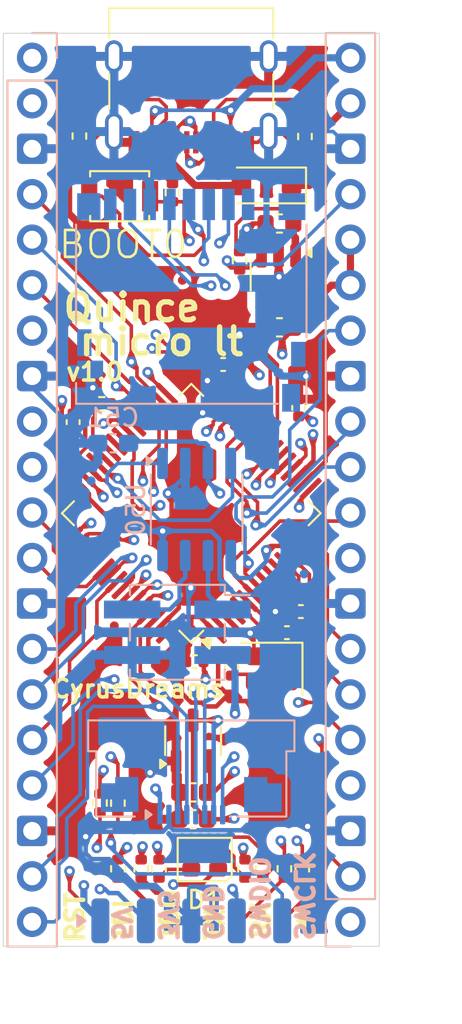
<source format=kicad_pcb>
(kicad_pcb (version 20241229) (generator "pcbnew") (generator_version "9.0")
  (title_block (title "Quince micro lite") (date "2026-01-23") (rev "v1.0") (company "CyrusDreams") (comment 1 "CERN-OHL-S-2.0"))
  (layers (0 "F.Cu" signal) (4 "In1.Cu" signal) (6 "In2.Cu" signal) (2 "B.Cu" signal) (13 "F.Paste" user) (15 "B.Paste" user) (5 "F.SilkS" user "F.Silkscreen") (7 "B.SilkS" user "B.Silkscreen") (1 "F.Mask" user) (3 "B.Mask" user) (25 "Edge.Cuts" user))
  (net 0 "")
  (net 1 "+2V8")
  (net 2 "+3V3")
  (net 3 "GND")
  (net 4 "SPI1_MOSI")
  (net 5 "SPI1_CS_B")
  (net 6 "SPI1_CLK")
  (net 7 "SPI1_MISO")
  (net 8 "USB_D+")
  (net 9 "USB_D-")
  (net 10 "PC5")
  (net 11 "/BOOT0")
  (net 12 "LCD_SCL")
  (net 14 "LCD_RES_B")
  (net 15 "LCD_CS_B")
  (net 16 "SPI3_MISO")
  (net 17 "LCD_RS")
  (net 18 "PC4")
  (net 21 "LCD_SDA")
  (net 22 "RST_TARGET")
  (net 23 "/RX")
  (net 25 "SPI2_CS_B")
  (net 26 "CAN_TX")
  (net 29 "/TDO")
  (net 30 "PC12")
  (net 31 "/TX")
  (net 32 "/TDI")
  (net 34 "SWDIO")
  (net 35 "TX3")
  (net 36 "SPI2_MISO")
  (net 39 "RX3")
  (net 40 "PD2")
  (net 41 "PB0")
  (net 42 "PA1")
  (net 44 "PB1")
  (net 45 "RST")
  (net 46 "SWCLK")
  (net 47 "PA2")
  (net 49 "Net-(U1-PC6)")
  (net 51 "Net-(D1-BK)")
  (net 52 "SPI2_MOSI")
  (net 54 "Net-(U1-OSC_IN)")
  (net 55 "Net-(U1-OSC_OUT)")
  (net 56 "CAN_RX")
  (net 58 "Net-(D1-RK)")
  (net 59 "Net-(D1-GK)")
  (net 60 "LED_CON")
  (net 61 "Net-(J30-CC1)")
  (net 62 "Net-(J30-CC2)")
  (net 65 "+5V")
  (net 67 "PA3")
  (net 68 "VBUS")
  (net 69 "PC0")
  (net 70 "3V3_EN")
  (net 71 "Net-(J22-Pin_5)")
  (net 72 "Net-(J22-Pin_4)")
  (net 73 "/CANL")
  (net 74 "/CANH")
  (footprint "Button_Switch_SMD:SW_SPST_B3U-1000P" (layer "F.Cu") (at 123 110.6)
    (property "Reference" "BOOT0")
    (property "Value" "SW_Push" (hide yes))
  )
  (footprint "Resistor_SMD:R_0402_1005Metric" (layer "F.Cu") (at 130 148.1675 -90)
    (property "Reference" "R11" (hide yes))
    (property "Value" "1k" (hide yes))
  )
  (footprint "Fiducial:Fiducial_0.5mm_Mask1mm" (layer "F.Cu") (at 126.5 115.3)
    (property "Reference" "FID1" (hide yes))
    (property "Value" "Fiducial" (hide yes))
  )
  (footprint "LED_SMD:LED_Cree-PLCC4_2x2mm_CW" (layer "F.Cu") (at 127.75 147.65 180)
    (property "Reference" "D1")
    (property "Value" "LED_ABGR")
  )
  (footprint "Package_TO_SOT_SMD:SOT-23-5" (layer "F.Cu") (at 131.875 115.0625 -90)
    (property "Reference" "U30" (hide yes))
    (property "Value" "ME6211C33M5" (hide yes))
  )
  (footprint "Capacitor_SMD:C_0603_1608Metric" (layer "F.Cu") (at 127.1 143.9 180)
    (property "Reference" "C42" (hide yes))
    (property "Value" "22u" (hide yes))
  )
  (footprint "Fiducial:Fiducial_0.5mm_Mask1mm" (layer "F.Cu") (at 122.7 134.6)
    (property "Reference" "FID2" (hide yes))
    (property "Value" "Fiducial" (hide yes))
  )
  (footprint "Package_QFP:LQFP-64_10x10mm_P0.5mm" (layer "F.Cu") (at 127 128.31 135)
    (property "Reference" "U1" (hide yes))
    (property "Value" "CH32V305RBT6" (hide yes))
  )
  (footprint "Crystal:Crystal_SMD_2520-4Pin_2.5x2.0mm" (layer "F.Cu") (at 131.5 137 180)
    (property "Reference" "Y100" (hide yes))
    (property "Value" "12MHz SMD2520" (hide yes))
  )
  (footprint "Capacitor_SMD:C_0402_1005Metric" (layer "F.Cu") (at 132.3425 134.98)
    (property "Reference" "C106" (hide yes))
    (property "Value" "20p" (hide yes))
  )
  (footprint "Resistor_SMD:R_0402_1005Metric" (layer "F.Cu") (at 129.7 114.2 -90)
    (property "Reference" "R30" (hide yes))
    (property "Value" "100k" (hide yes))
  )
  (footprint "Capacitor_SMD:C_0402_1005Metric" (layer "F.Cu") (at 127.2 136.6 180)
    (property "Reference" "C101" (hide yes))
    (property "Value" "100n" (hide yes))
  )
  (footprint "Resistor_SMD:R_0402_1005Metric" (layer "F.Cu") (at 122.9 144.5 90)
    (property "Reference" "R224" (hide yes))
    (property "Value" "100R" (hide yes))
  )
  (footprint "Resistor_SMD:R_0402_1005Metric" (layer "F.Cu") (at 122.9 148.1675 -90)
    (property "Reference" "R214" (hide yes))
    (property "Value" "100R" (hide yes))
  )
  (footprint "Resistor_SMD:R_0402_1005Metric" (layer "F.Cu") (at 131 148.1675 90)
    (property "Reference" "R12" (hide yes))
    (property "Value" "1k" (hide yes))
  )
  (footprint "Resistor_SMD:R_0402_1005Metric" (layer "F.Cu") (at 121.9 144.49 90)
    (property "Reference" "R223" (hide yes))
    (property "Value" "100R" (hide yes))
  )
  (footprint "Resistor_SMD:R_0402_1005Metric" (layer "F.Cu") (at 132.2 148.1675 -90)
    (property "Reference" "R212" (hide yes))
    (property "Value" "270R" (hide yes))
  )
  (footprint "Resistor_SMD:R_0402_1005Metric" (layer "F.Cu") (at 124.2 148.1675 -90)
    (property "Reference" "R213" (hide yes))
    (property "Value" "100R" (hide yes))
  )
  (footprint "Capacitor_SMD:C_0402_1005Metric" (layer "F.Cu") (at 133.12 133.8 180)
    (property "Reference" "C113" (hide yes))
    (property "Value" "100n" (hide yes))
  )
  (footprint "Resistor_SMD:R_0402_1005Metric" (layer "F.Cu") (at 122 122.2 180)
    (property "Reference" "R137" (hide yes))
    (property "Value" "1k" (hide yes))
  )
  (footprint "Capacitor_SMD:C_0603_1608Metric" (layer "F.Cu") (at 127.1 145.4 180)
    (property "Reference" "C41" (hide yes))
    (property "Value" "22u" (hide yes))
  )
  (footprint "Resistor_SMD:R_0402_1005Metric" (layer "F.Cu") (at 125.2 148.1675 -90)
    (property "Reference" "R13" (hide yes))
    (property "Value" "1k" (hide yes))
  )
  (footprint "Diode_SMD:D_SOD-123F" (layer "F.Cu") (at 131.2 110 180)
    (property "Reference" "D30" (hide yes))
    (property "Value" "MBR1020VL" (hide yes))
  )
  (footprint "Capacitor_SMD:C_0402_1005Metric" (layer "F.Cu") (at 120.4 123.22 90)
    (property "Reference" "C148" (hide yes))
    (property "Value" "100n" (hide yes))
  )
  (footprint "Capacitor_SMD:C_0402_1005Metric" (layer "F.Cu") (at 129.25 136.8975 90)
    (property "Reference" "C105" (hide yes))
    (property "Value" "20p" (hide yes))
  )
  (footprint "Resistor_SMD:R_0402_1005Metric" (layer "F.Cu") (at 133.2 148.1675 -90)
    (property "Reference" "R211" (hide yes))
    (property "Value" "270R" (hide yes))
  )
  (footprint "Resistor_SMD:R_0402_1005Metric" (layer "F.Cu") (at 125.95 110.4 90)
    (property "Reference" "R160" (hide yes))
    (property "Value" "10k" (hide yes))
  )
  (footprint "Connector_Harwin:Harwin_M20-89005xx_1x05_P2.54mm_Horizontal" (layer "F.Cu") (at 127 156.6 -90)
    (property "Reference" "J21" (hide yes))
    (property "Value" "Conn_01x05_Pin" (hide yes))
  )
  (footprint "Capacitor_SMD:C_0402_1005Metric" (layer "F.Cu") (at 128.78 120 180)
    (property "Reference" "C132" (hide yes))
    (property "Value" "100n" (hide yes))
  )
  (footprint "Resistor_SMD:R_0402_1005Metric" (layer "F.Cu") (at 133.35 107.2675 90)
    (property "Reference" "R31" (hide yes))
    (property "Value" "5k1" (hide yes))
  )
  (footprint "Capacitor_SMD:C_0402_1005Metric" (layer "F.Cu") (at 133 122.42 90)
    (property "Reference" "C119" (hide yes))
    (property "Value" "100n" (hide yes))
  )
  (footprint "Connector_USB:USB_C_Receptacle_G-Switch_GT-USB-7010ASV" (layer "F.Cu") (at 127 103.865 180)
    (property "Reference" "J30" (hide yes))
    (property "Value" "USB_C_Receptacle_USB2.0_14P" (hide yes))
  )
  (footprint "Package_TO_SOT_SMD:SOT-23-3" (layer "F.Cu") (at 127.1 141.0125 90)
    (property "Reference" "U40" (hide yes))
    (property "Value" "XC6206P-2V8MR" (hide yes))
  )
  (footprint "Resistor_SMD:R_0402_1005Metric" (layer "F.Cu") (at 120.75 107.2425 90)
    (property "Reference" "R32" (hide yes))
    (property "Value" "5k1" (hide yes))
  )
  (footprint "Capacitor_SMD:C_0603_1608Metric" (layer "F.Cu") (at 131.925 112.125 180)
    (property "Reference" "C31" (hide yes))
    (property "Value" "10u" (hide yes))
  )
  (footprint "Capacitor_SMD:C_0603_1608Metric" (layer "F.Cu") (at 131.925 117.925 180)
    (property "Reference" "C35" (hide yes))
    (property "Value" "10u" (hide yes))
  )
  (footprint "Fiducial:Fiducial_0.5mm_Mask1mm" (layer "B.Cu") (at 133.3 131.7)
    (property "Reference" "FID4" (hide yes))
    (property "Value" "Fiducial" (hide yes))
  )
  (footprint "Connector_PinHeader_2.54mm:PinHeader_1x20_P2.54mm_Vertical" (layer "B.Cu") (at 118.11 102.87 180)
    (property "Reference" "J11" (hide yes))
    (property "Value" "Conn_01x20_Pin" (hide yes))
  )
  (footprint "Connector_PinHeader_2.54mm:PinHeader_1x20_P2.54mm_Vertical" (layer "B.Cu") (at 135.89 151.13)
    (property "Reference" "J12" (hide yes))
    (property "Value" "Conn_01x20_Pin")
  )
  (footprint "Package_SO:SO-8_3.9x4.9mm_P1.27mm" (layer "B.Cu") (at 127.3 128.1 -90)
    (property "Reference" "U50")
    (property "Value" "TJA1042TK-3" (hide yes))
  )
  (footprint "Connector_Harwin:Harwin_M20-89005xx_1x05_P2.54mm_Horizontal" (layer "B.Cu") (at 127 156.6 -90)
    (property "Reference" "J22" (hide yes))
    (property "Value" "Conn_01x05_Pin" (hide yes))
  )
  (footprint "Connector_PinHeader_2.54mm:PinHeader_2x02_P2.54mm_Vertical_SMD" (layer "B.Cu") (at 126.222183 134.956804 180)
    (property "Reference" "J1" (hide yes))
    (property "Value" "Conn_01x04_Pin" (hide yes))
  )
  (footprint "Connector_FFC-FPC:Amphenol_F32Q-1A7x1-11008_1x08-1MP_P0.5mm_Horizontal" (layer "B.Cu") (at 127 142.24)
    (property "Reference" "J40" (hide yes))
    (property "Value" "Conn_01x10" (hide yes))
  )
  (footprint "Connector_Card:microSD_HC_Hirose_DM3D-SF" (layer "B.Cu") (at 127 116.41)
    (property "Reference" "J50" (hide yes))
    (property "Value" "Micro_SD_Card")
  )
  (footprint "Fiducial:Fiducial_0.5mm_Mask1mm" (layer "B.Cu") (at 121.4 126.5)
    (property "Reference" "FID3" (hide yes))
    (property "Value" "Fiducial" (hide yes))
  )
  (footprint "Capacitor_SMD:C_0603_1608Metric_Pad1.08x0.95mm_HandSolder" (layer "B.Cu") (at 122.6375 124.4 180)
    (property "Reference" "C51")
    (property "Value" "100n" (hide yes))
  )
  (gr_line (start 116.5 152.5) (end 116.5 127) (stroke (width 0.05)) (layer "Edge.Cuts"))
  (gr_line (start 116.5 101.5) (end 137.5 101.5) (stroke (width 0.05)) (layer "Edge.Cuts"))
  (gr_line (start 116.5 127) (end 116.5 101.5) (stroke (width 0.05)) (layer "Edge.Cuts"))
  (gr_line (start 137.5 101.5) (end 137.5 152.5) (stroke (width 0.05)) (layer "Edge.Cuts"))
  (gr_line (start 137.5 152.5) (end 116.5 152.5) (stroke (width 0.05)) (layer "Edge.Cuts"))
  (gr_text "TDI" (at 123.8 152.3 90) (layer "F.SilkS") (effects (font (size 1 1) (thickness 0.25) (bold yes)) (justify left bottom)))
  (gr_text "v1.0" (at 119.9 121 0) (layer "F.SilkS") (effects (font (size 1 1) (thickness 0.2) (bold yes)) (justify left bottom)))
  (gr_text "TDO" (at 126.4 152.3 90) (layer "F.SilkS") (effects (font (size 1 1) (thickness 0.25) (bold yes)) (justify left bottom)))
  (gr_text "RST" (at 121.1 152.4 90) (layer "F.SilkS") (effects (font (size 1 1) (thickness 0.25) (bold yes)) (justify left bottom)))
  (gr_text "micro lt" (at 120.6 119.6 0) (layer "F.SilkS") (effects (font (size 1.5 1.5) (thickness 0.3) (bold yes)) (justify left bottom)))
  (gr_text "Quince" (at 119.7 117.7 0) (layer "F.SilkS") (effects (font (size 1.5 1.5) (thickness 0.3) (bold yes)) (justify left bottom)))
  (gr_text "RX" (at 131.5 152.2 90) (layer "F.SilkS") (effects (font (size 1 1) (thickness 0.25) (bold yes)) (justify left bottom)))
  (gr_text "CyrusDreams" (at 119.1 138.7 0) (layer "F.SilkS") (effects (font (size 1 1) (thickness 0.2) (bold yes)) (justify left bottom)))
  (gr_text "TX" (at 128.9 152.3 90) (layer "F.SilkS") (effects (font (size 1 1) (thickness 0.25) (bold yes)) (justify left bottom)))
  (gr_text "GND" (at 127.6 152.3 270) (layer "B.SilkS") (effects (font (size 1 1) (thickness 0.25) (bold yes)) (justify left bottom mirror)))
  (gr_text "SWDIO" (at 130.2 152.3 270) (layer "B.SilkS") (effects (font (size 1 1) (thickness 0.25) (bold yes)) (justify left bottom mirror)))
  (gr_text "5V" (at 122.5 152.3 270) (layer "B.SilkS") (effects (font (size 1 1) (thickness 0.25) (bold yes)) (justify left bottom mirror)))
  (gr_text "3V3" (at 125.1 152.3 270) (layer "B.SilkS") (effects (font (size 1 1) (thickness 0.25) (bold yes)) (justify left bottom mirror)))
  (gr_text "SWCLK" (at 132.7 152.3 270) (layer "B.SilkS") (effects (font (size 1 1) (thickness 0.25) (bold yes)) (justify left bottom mirror)))
  (segment (start 128.05 143.725) (end 127.875 143.9) (width 0.25) (layer "F.Cu") (net 1))
  (segment (start 128.249533 143.9) (end 129.424767 142.724767) (width 0.25) (layer "F.Cu") (net 1))
  (segment (start 128.05 142.15) (end 128.05 143.725) (width 0.25) (layer "F.Cu") (net 1))
  (segment (start 127.875 143.9) (end 128.249533 143.9) (width 0.25) (layer "F.Cu") (net 1))
  (via (at 125 143.7) (size 0.6) (drill 0.3) (layers "F.Cu" "B.Cu") (net 1))
  (via (at 129.424767 142.724767) (size 0.6) (drill 0.3) (layers "F.Cu" "B.Cu") (net 1))
  (segment (start 125.25 145.14) (end 125.25 143.95) (width 0.25) (layer "B.Cu") (net 1))
  (segment (start 125.25 143.95) (end 125 143.7) (width 0.25) (layer "B.Cu") (net 1))
  (segment (start 119.593702 124.928676) (end 120.4 124.122378) (width 0.25) (layer "F.Cu") (net 2))
  (segment (start 119.764 123.076904) (end 119.764 122.011) (width 0.25) (layer "F.Cu") (net 2))
  (segment (start 127.8 137.6) (end 127.8 137.2) (width 0.25) (layer "F.Cu") (net 2))
  (segment (start 132.825 117.8) (end 132.7 117.925) (width 0.4) (layer "F.Cu") (net 2))
  (segment (start 127.8 137.2) (end 127.7 137.1) (width 0.25) (layer "F.Cu") (net 2))
  (segment (start 129.26 120.7467) (end 129.26 120) (width 0.25) (layer "F.Cu") (net 2))
  (segment (start 120.4 123.7) (end 120.387096 123.7) (width 0.25) (layer "F.Cu") (net 2))
  (segment (start 127 134.6) (end 127 134.1) (width 0.25) (layer "F.Cu") (net 2))
  (segment (start 128.5 139.875) (end 128 139.875) (width 0.25) (layer "F.Cu") (net 2))
  (segment (start 121.3 110.6) (end 122 110.6) (width 0.2) (layer "F.Cu") (net 2))
  (segment (start 128.419 139.875) (end 128 139.875) (width 0.25) (layer "F.Cu") (net 2))
  (segment (start 123 111.6) (end 123 112.3) (width 0.2) (layer "F.Cu") (net 2))
  (segment (start 131.434287 130.134917) (end 131.189946 130.379258) (width 0.25) (layer "F.Cu") (net 2))
  (segment (start 132.603821 130.731841) (end 133.598 131.72602) (width 0.2) (layer "F.Cu") (net 2))
  (segment (start 130.3 120.084372) (end 130.807978 120.59235) (width 0.4) (layer "F.Cu") (net 2))
  (segment (start 134.83 115.57) (end 134.2 116.2) (width 0.4) (layer "F.Cu") (net 2))
  (segment (start 127.1 144.625) (end 127.875 145.4) (width 0.25) (layer "F.Cu") (net 2))
  (segment (start 127.68 135.28) (end 127 134.6) (width 0.25) (layer "F.Cu") (net 2))
  (segment (start 128.361181 134.974481) (end 127.4867 134.1) (width 0.25) (layer "F.Cu") (net 2))
  (segment (start 120.4 124.122378) (end 120.4 123.7) (width 0.25) (layer "F.Cu") (net 2))
  (segment (start 133.8 123.9) (end 133.8 124.497545) (width 0.25) (layer "F.Cu") (net 2))
  (segment (start 124.6 113.9) (end 127.178542 113.9) (width 0.2) (layer "F.Cu") (net 2))
  (segment (start 127.1 139.875) (end 127.1 144.625) (width 0.25) (layer "F.Cu") (net 2))
  (segment (start 132.957375 126.241713) (end 133.826 125.373088) (width 0.25) (layer "F.Cu") (net 2))
  (segment (start 129.225304 145.4) (end 127.875 145.4) (width 0.25) (layer "F.Cu") (net 2))
  (segment (start 132.075001 118.800003) (end 132.074998 118.8) (width 0.4) (layer "F.Cu") (net 2))
  (segment (start 128 139.875) (end 127.1 139.875) (width 0.25) (layer "F.Cu") (net 2))
  (segment (start 125.638819 134.974481) (end 126.5133 134.1) (width 0.25) (layer "F.Cu") (net 2))
  (segment (start 127.7 137.1) (end 127.7 136.62) (width 0.25) (layer "F.Cu") (net 2))
  (segment (start 132.825 116.2) (end 132.825 117.8) (width 0.4) (layer "F.Cu") (net 2))
  (segment (start 127.7 113.378542) (end 127.7 112.780543) (width 0.2) (layer "F.Cu") (net 2))
  (segment (start 127.68 136.6) (end 127.68 135.28) (width 0.25) (layer "F.Cu") (net 2))
  (segment (start 132.074998 118.8) (end 132.074998 118.550002) (width 0.4) (layer "F.Cu") (net 2))
  (segment (start 132.603821 130.731841) (end 132.006897 130.134917) (width 0.25) (layer "F.Cu") (net 2))
  (segment (start 134.2 117.2) (end 134.2 116.2) (width 0.4) (layer "F.Cu") (net 2))
  (segment (start 133.826 125.373088) (end 133.826 124.523546) (width 0.25) (layer "F.Cu") (net 2))
  (segment (start 135.89 115.57) (end 135.89 113.03) (width 0.4) (layer "F.Cu") (net 2))
  (segment (start 123 112.3) (end 124.6 113.9) (width 0.2) (layer "F.Cu") (net 2))
  (segment (start 133.490397 122.9) (end 133 122.9) (width 0.25) (layer "F.Cu") (net 2))
  (segment (start 132.006897 130.134917) (end 131.434287 130.134917) (width 0.25) (layer "F.Cu") (net 2))
  (segment (start 129.4 145.350883) (end 129.274421 145.350883) (width 0.25) (layer "F.Cu") (net 2))
  (segment (start 133.795198 123.204802) (end 133.490397 122.9) (width 0.25) (layer "F.Cu") (net 2))
  (segment (start 128.361181 121.645519) (end 129.26 120.7467) (width 0.25) (layer "F.Cu") (net 2))
  (segment (start 135.89 115.57) (end 134.83 115.57) (width 0.4) (layer "F.Cu") (net 2))
  (segment (start 127.178542 113.9) (end 127.7 113.378542) (width 0.2) (layer "F.Cu") (net 2))
  (segment (start 126.5133 134.1) (end 127 134.1) (width 0.25) (layer "F.Cu") (net 2))
  (segment (start 126 149.048544) (end 127.56941 149.048544) (width 0.25) (layer "F.Cu") (net 2))
  (segment (start 129.274421 145.350883) (end 129.225304 145.4) (width 0.25) (layer "F.Cu") (net 2))
  (segment (start 130.3 120) (end 130.3 120.084372) (width 0.4) (layer "F.Cu") (net 2))
  (segment (start 120.387096 123.7) (end 119.764 123.076904) (width 0.25) (layer "F.Cu") (net 2))
  (segment (start 133.475 117.925) (end 134.2 117.2) (width 0.4) (layer "F.Cu") (net 2))
  (segment (start 133.598 131.72602) (end 133.598 133.8) (width 0.2) (layer "F.Cu") (net 2))
  (segment (start 132.074998 118.550002) (end 132.7 117.925) (width 0.4) (layer "F.Cu") (net 2))
  (segment (start 119.764 122.011) (end 119.775 122) (width 0.25) (layer "F.Cu") (net 2))
  (segment (start 130.3 120) (end 129.26 120) (width 0.4) (layer "F.Cu") (net 2))
  (segment (start 127.7 136.62) (end 127.68 136.6) (width 0.25) (layer "F.Cu") (net 2))
  (segment (start 127.7 112.780543) (end 127.375 112.455543) (width 0.2) (layer "F.Cu") (net 2))
  (segment (start 127.4867 134.1) (end 127 134.1) (width 0.25) (layer "F.Cu") (net 2))
  (segment (start 122 110.6) (end 123 111.6) (width 0.2) (layer "F.Cu") (net 2))
  (segment (start 133.8 124.497545) (end 133.826 124.523546) (width 0.25) (layer "F.Cu") (net 2))
  (segment (start 119.593702 126.207002) (end 119.593702 124.928676) (width 0.25) (layer "F.Cu") (net 2))
  (segment (start 128.224 148.393954) (end 128.224 148.2) (width 0.25) (layer "F.Cu") (net 2))
  (segment (start 127.56941 149.048544) (end 128.224 148.393954) (width 0.25) (layer "F.Cu") (net 2))
  (segment (start 132.7 117.925) (end 133.475 117.925) (width 0.4) (layer "F.Cu") (net 2))
  (segment (start 120.335519 126.948819) (end 119.593702 126.207002) (width 0.25) (layer "F.Cu") (net 2))
  (segment (start 132.075001 119.426472) (end 132.075001 118.800003) (width 0.4) (layer "F.Cu") (net 2))
  (via (at 127.8 137.6) (size 0.6) (drill 0.3) (layers "F.Cu" "B.Cu") (net 2))
  (via (at 133.8 123.9) (size 0.6) (drill 0.3) (layers "F.Cu" "B.Cu") (net 2))
  (via (at 129.4 145.350883) (size 0.6) (drill 0.3) (layers "F.Cu" "B.Cu") (net 2))
  (via (at 133.795198 123.204802) (size 0.6) (drill 0.3) (layers "F.Cu" "B.Cu") (net 2))
  (via (at 132.075001 119.426472) (size 0.6) (drill 0.3) (layers "F.Cu" "B.Cu") (net 2))
  (via (at 119.775 122) (size 0.6) (drill 0.3) (layers "F.Cu" "B.Cu") (net 2))
  (via (at 126 149.048544) (size 0.6) (drill 0.3) (layers "F.Cu" "B.Cu") (net 2))
  (via (at 121.9 149.3) (size 0.6) (drill 0.3) (layers "F.Cu" "B.Cu") (net 2))
  (via (at 131.189946 130.379258) (size 0.6) (drill 0.3) (layers "F.Cu" "B.Cu") (net 2))
  (via (at 127.375 112.455543) (size 0.6) (drill 0.3) (layers "F.Cu" "B.Cu") (net 2))
  (via (at 128.5 139.875) (size 0.6) (drill 0.3) (layers "F.Cu" "B.Cu") (net 2))
  (via (at 130.807978 120.59235) (size 0.6) (drill 0.3) (layers "F.Cu" "B.Cu") (net 2))
  (segment (start 129.205 131.495) (end 129.205 130.675) (width 0.25) (layer "B.Cu") (net 2))
  (segment (start 126.875 111.955543) (end 127.375 112.455543) (width 0.25) (layer "B.Cu") (net 2))
  (segment (start 122.91 149.525) (end 124.46 151.075) (width 0.25) (layer "B.Cu") (net 2))
  (segment (start 131.189946 130.995352) (end 130.259298 131.926) (width 0.25) (layer "B.Cu") (net 2))
  (segment (start 122.401892 149.525) (end 122.91 149.525) (width 0.25) (layer "B.Cu") (net 2))
  (segment (start 128.25 140.125) (end 128.25 145.14) (width 0.25) (layer "B.Cu") (net 2))
  (segment (start 122.176892 149.3) (end 122.401892 149.525) (width 0.25) (layer "B.Cu") (net 2))
  (segment (start 130.259298 131.926) (end 129.636 131.926) (width 0.25) (layer "B.Cu") (net 2))
  (segment (start 121.9 149.3) (end 122.176892 149.3) (width 0.25) (layer "B.Cu") (net 2))
  (segment (start 128.5 139.875) (end 128.25 140.125) (width 0.25) (layer "B.Cu") (net 2))
  (segment (start 129.636 131.926) (end 129.205 131.495) (width 0.25) (layer "B.Cu") (net 2))
  (segment (start 131.189946 130.379258) (end 131.189946 130.995352) (width 0.25) (layer "B.Cu") (net 2))
  (segment (start 126.875 111.06) (end 126.875 111.955543) (width 0.25) (layer "B.Cu") (net 2))
  (segment (start 126.15 143.725) (end 126.325 143.9) (width 0.25) (layer "F.Cu") (net 3))
  (segment (start 127.001202 138.8865) (end 127.5865 138.8865) (width 0.25) (layer "F.Cu") (net 3))
  (segment (start 125.176 109.136) (end 123.436 109.136) (width 0.25) (layer "F.Cu") (net 3))
  (segment (start 135.89 120.65) (end 134.5 120.65) (width 0.25) (layer "F.Cu") (net 3))
  (segment (start 123.436 109.136) (end 122.68 108.38) (width 0.25) (layer "F.Cu") (net 3))
  (segment (start 118.11 120.65) (end 119.75 120.65) (width 0.25) (layer "F.Cu") (net 3))
  (segment (start 131.32 106.99) (end 131.99 106.99) (width 0.2) (layer "F.Cu") (net 3))
  (segment (start 132.675 107.675) (end 133.35 107.675) (width 0.2) (layer "F.Cu") (net 3))
  (segment (start 119.75 120.65) (end 120.4 121.3) (width 0.25) (layer "F.Cu") (net 3))
  (segment (start 120.689072 126.595266) (end 120.044702 125.950896) (width 0.25) (layer "F.Cu") (net 3))
  (segment (start 126.15 142.15) (end 125.35 142.15) (width 0.25) (layer "F.Cu") (net 3))
  (segment (start 133.444967 120.655033) (end 133.405033 120.655033) (width 0.25) (layer "F.Cu") (net 3))
  (segment (start 120.044702 125.950896) (end 120.044702 125.115486) (width 0.25) (layer "F.Cu") (net 3))
  (segment (start 130.72 107.59) (end 131.32 106.99) (width 0.2) (layer "F.Cu") (net 3))
  (segment (start 133.45 120.65) (end 133.444967 120.655033) (width 0.25) (layer "F.Cu") (net 3))
  (segment (start 132.75 133.91) (end 132.64 133.8) (width 0.2) (layer "F.Cu") (net 3))
  (segment (start 125.95 109.91) (end 125.72 109.68) (width 0.25) (layer "F.Cu") (net 3))
  (segment (start 124.8171 136.1829) (end 124.6 135.9658) (width 0.25) (layer "F.Cu") (net 3))
  (segment (start 123.8 107.59) (end 123.28 107.59) (width 0.2) (layer "F.Cu") (net 3))
  (segment (start 134.5 125.406194) (end 134.5 120.65) (width 0.25) (layer "F.Cu") (net 3))
  (segment (start 122.68 108.38) (end 122.68 106.99) (width 0.25) (layer "F.Cu") (net 3))
  (segment (start 121.285996 127.22613) (end 120.689072 126.629206) (width 0.25) (layer "F.Cu") (net 3))
  (segment (start 128.9 138.6) (end 129.05 138.45) (width 0.25) (layer "F.Cu") (net 3))
  (segment (start 119.65 107.95) (end 119.7 108) (width 0.4) (layer "F.Cu") (net 3))
  (segment (start 123.28 107.59) (end 122.68 106.99) (width 0.2) (layer "F.Cu") (net 3))
  (segment (start 121.074 124.086188) (end 121.074 123) (width 0.25) (layer "F.Cu") (net 3))
  (segment (start 126.975 132.677464) (end 126.3 133.352464) (width 0.25) (layer "F.Cu") (net 3))
  (segment (start 133.28 134.98) (end 132.75 134.98) (width 0.2) (layer "F.Cu") (net 3))
  (segment (start 133 131.835126) (end 133 132.6) (width 0.2) (layer "F.Cu") (net 3))
  (segment (start 128.013806 122.7) (end 127.633394 122.7) (width 0.25) (layer "F.Cu") (net 3))
  (segment (start 132.25 137.58) (end 133.02 137.58) (width 0.25) (layer "F.Cu") (net 3))
  (segment (start 125.9 127.393028) (end 125.9 128.8) (width 0.25) (layer "F.Cu") (net 3))
  (segment (start 132.25 138.064702) (end 132.25 137.58) (width 0.25) (layer "F.Cu") (net 3))
  (segment (start 125.15 142.35) (end 125.3 142.2) (width 0.25) (layer "F.Cu") (net 3))
  (segment (start 129.1 138.8) (end 131.514702 138.8) (width 0.25) (layer "F.Cu") (net 3))
  (segment (start 133.45 120.65) (end 133 121.1) (width 0.25) (layer "F.Cu") (net 3))
  (segment (start 127.8 139.1) (end 128.4 139.1) (width 0.25) (layer "F.Cu") (net 3))
  (segment (start 119.7 111.102) (end 126.898 118.3) (width 0.4) (layer "F.Cu") (net 3))
  (segment (start 133.4 135.1) (end 133.28 134.98) (width 0.2) (layer "F.Cu") (net 3))
  (segment (start 132.64 133.8) (end 131.7 133.8) (width 0.25) (layer "F.Cu") (net 3))
  (segment (start 125.35 142.15) (end 125.15 142.35) (width 0.25) (layer "F.Cu") (net 3))
  (segment (start 118.11 146.05) (end 120.2 146.05) (width 0.25) (layer "F.Cu") (net 3))
  (segment (start 126.474 138.359298) (end 127.001202 138.8865) (width 0.25) (layer "F.Cu") (net 3))
  (segment (start 121.35 107.65) (end 120.75 107.65) (width 0.2) (layer "F.Cu") (net 3))
  (segment (start 128.5 137.9) (end 129.05 138.45) (width 0.25) (layer "F.Cu") (net 3))
  (segment (start 125.4 129.3) (end 124.950764 128.850764) (width 0.25) (layer "F.Cu") (net 3))
  (segment (start 120.689072 126.629206) (end 120.689072 126.595266) (width 0.25) (layer "F.Cu") (net 3))
  (segment (start 130.2 107.59) (end 130.72 107.59) (width 0.2) (layer "F.Cu") (net 3))
  (segment (start 124.950764 128.850764) (end 122.650764 128.850764) (width 0.25) (layer "F.Cu") (net 3))
  (segment (start 122.68 106.99) (end 122.01 106.99) (width 0.2) (layer "F.Cu") (net 3))
  (segment (start 128.7825 136.4175) (end 128.5 136.7) (width 0.25) (layer "F.Cu") (net 3))
  (segment (start 130.5 135.21563) (end 130.292185 135.007815) (width 0.2) (layer "F.Cu") (net 3))
  (segment (start 133.405033 120.655033) (end 133.4 120.65) (width 0.25) (layer "F.Cu") (net 3))
  (segment (start 130.075 117.925) (end 129.7 118.3) (width 0.25) (layer "F.Cu") (net 3))
  (segment (start 131.15 112.125) (end 130.410002 112.125) (width 0.25) (layer "F.Cu") (net 3))
  (segment (start 124.6 135.306194) (end 124.6 135.9658) (width 0.25) (layer "F.Cu") (net 3))
  (segment (start 131.875 113.925) (end 131.875 112.85) (width 0.4) (layer "F.Cu") (net 3))
  (segment (start 127.9 120.9) (end 127.9 120.4) (width 0.2) (layer "F.Cu") (net 3))
  (segment (start 125.95 109.89) (end 125.93 109.89) (width 0.2) (layer "F.Cu") (net 3))
  (segment (start 133.1 137.5) (end 133.4 137.2) (width 0.2) (layer "F.Cu") (net 3))
  (segment (start 133.02 137.58) (end 133.1 137.5) (width 0.25) (layer "F.Cu") (net 3))
  (segment (start 131.875 115.075) (end 131.9 115.1) (width 0.4) (layer "F.Cu") (net 3))
  (segment (start 126.72 136.6) (end 126.474 136.846) (width 0.25) (layer "F.Cu") (net 3))
  (segment (start 131.99 106.99) (end 132.675 107.675) (width 0.2) (layer "F.Cu") (net 3))
  (segment (start 121.285996 127.485996) (end 121.285996 127.22613) (width 0.25) (layer "F.Cu") (net 3))
  (segment (start 120.520989 146.370989) (end 120.2 146.05) (width 0.25) (layer "F.Cu") (net 3))
  (segment (start 121.074 123) (end 120.814 122.74) (width 0.25) (layer "F.Cu") (net 3))
  (segment (start 126.72 136.6) (end 126.389125 136.269125) (width 0.25) (layer "F.Cu") (net 3))
  (segment (start 130.410002 112.125) (end 130.1 112.435002) (width 0.25) (layer "F.Cu") (net 3))
  (segment (start 125.72 109.68) (end 125.176 109.136) (width 0.25) (layer "F.Cu") (net 3))
  (segment (start 126.15 142.15) (end 126.15 143.725) (width 0.25) (layer "F.Cu") (net 3))
  (segment (start 126.3029 136.1829) (end 124.8171 136.1829) (width 0.25) (layer "F.Cu") (net 3))
  (segment (start 128.9 138.6) (end 129.1 138.8) (width 0.25) (layer "F.Cu") (net 3))
  (segment (start 126.325 145.4) (end 126.325 143.9) (width 0.25) (layer "F.Cu") (net 3))
  (segment (start 132.250268 131.085394) (end 133 131.835126) (width 0.2) (layer "F.Cu") (net 3))
  (segment (start 132.8225 134.98) (end 132.8225 134.9225) (width 0.2) (layer "F.Cu") (net 3))
  (segment (start 125.93 109.89) (end 125.72 109.68) (width 0.2) (layer "F.Cu") (net 3))
  (segment (start 124.7 142.8) (end 125.15 142.35) (width 0.25) (layer "F.Cu") (net 3))
  (segment (start 118.11 107.95) (end 119.65 107.95) (width 0.4) (layer "F.Cu") (net 3))
  (segment (start 121.5 121.3) (end 120.4 121.3) (width 0.25) (layer "F.Cu") (net 3))
  (segment (start 134.5 120.65) (end 133.45 120.65) (width 0.25) (layer "F.Cu") (net 3))
  (segment (start 125.285266 134.620928) (end 124.6 135.306194) (width 0.25) (layer "F.Cu") (net 3))
  (segment (start 128.4 139.1) (end 128.9 138.6) (width 0.25) (layer "F.Cu") (net 3))
  (segment (start 131.514702 138.8) (end 132.25 138.064702) (width 0.25) (layer "F.Cu") (net 3))
  (segment (start 120.044702 125.115486) (end 121.074 124.086188) (width 0.25) (layer "F.Cu") (net 3))
  (segment (start 130.19 136.49) (end 130.5 136.18) (width 0.2) (layer "F.Cu") (net 3))
  (segment (start 132.8225 134.9225) (end 131.7 133.8) (width 0.2) (layer "F.Cu") (net 3))
  (segment (start 125.9 128.8) (end 125.4 129.3) (width 0.25) (layer "F.Cu") (net 3))
  (segment (start 126.3 133.606194) (end 125.285266 134.620928) (width 0.25) (layer "F.Cu") (net 3))
  (segment (start 133.310928 126.595266) (end 134.5 125.406194) (width 0.25) (layer "F.Cu") (net 3))
  (segment (start 129.25 136.4175) (end 128.7825 136.4175) (width 0.25) (layer "F.Cu") (net 3))
  (segment (start 122.01 106.99) (end 121.35 107.65) (width 0.2) (layer "F.Cu") (net 3))
  (segment (start 132.9 132.6) (end 133 132.6) (width 0.2) (layer "F.Cu") (net 3))
  (segment (start 125.7 127.193028) (end 125.9 127.393028) (width 0.25) (layer "F.Cu") (net 3))
  (segment (start 126.474 136.846) (end 126.474 138.359298) (width 0.25) (layer "F.Cu") (net 3))
  (segment (start 129.25 136.49) (end 128.81 136.49) (width 0.2) (layer "F.Cu") (net 3))
  (segment (start 131.15 117.925) (end 130.075 117.925) (width 0.25) (layer "F.Cu") (net 3))
  (segment (start 127.9 120.4) (end 128.3 120) (width 0.2) (layer "F.Cu") (net 3))
  (segment (start 130.5 136.18) (end 130.5 135.21563) (width 0.2) (layer "F.Cu") (net 3))
  (segment (start 120.814 122.74) (end 120.4 122.74) (width 0.25) (layer "F.Cu") (net 3))
  (segment (start 128.714734 121.999072) (end 128.013806 122.7) (width 0.25) (layer "F.Cu") (net 3))
  (segment (start 126.3 133.352464) (end 126.3 133.606194) (width 0.25) (layer "F.Cu") (net 3))
  (segment (start 129.25 136.49) (end 130.19 136.49) (width 0.2) (layer "F.Cu") (net 3))
  (segment (start 121.1 146.370989) (end 120.520989 146.370989) (width 0.25) (layer "F.Cu") (net 3))
  (segment (start 132.75 134.98) (end 132.75 134.780001) (width 0.2) (layer "F.Cu") (net 3))
  (segment (start 131.875 113.925) (end 131.875 115.075) (width 0.4) (layer "F.Cu") (net 3))
  (segment (start 133 121.1) (end 133 121.94) (width 0.25) (layer "F.Cu") (net 3))
  (segment (start 126.975 132.473527) (end 126.975 132.677464) (width 0.25) (layer "F.Cu") (net 3))
  (segment (start 126.389125 136.269125) (end 126.3029 136.1829) (width 0.25) (layer "F.Cu") (net 3))
  (segment (start 132.64 132.96) (end 132.64 133.8) (width 0.2) (layer "F.Cu") (net 3))
  (segment (start 133.4 137.2) (end 133.4 135.1) (width 0.2) (layer "F.Cu") (net 3))
  (segment (start 131.7 133.8) (end 132.9 132.6) (width 0.2) (layer "F.Cu") (net 3))
  (segment (start 132.75 134.98) (end 132.75 133.91) (width 0.2) (layer "F.Cu") (net 3))
  (segment (start 120.4 121.3) (end 120.4 122.74) (width 0.25) (layer "F.Cu") (net 3))
  (segment (start 131.875 112.85) (end 131.15 112.125) (width 0.4) (layer "F.Cu") (net 3))
  (segment (start 119.7 108) (end 119.7 111.102) (width 0.4) (layer "F.Cu") (net 3))
  (segment (start 122.650764 128.850764) (end 121.285996 127.485996) (width 0.25) (layer "F.Cu") (net 3))
  (segment (start 126.898 118.3) (end 129.7 118.3) (width 0.4) (layer "F.Cu") (net 3))
  (segment (start 127.5865 138.8865) (end 127.8 139.1) (width 0.25) (layer "F.Cu") (net 3))
  (segment (start 133 132.6) (end 132.64 132.96) (width 0.2) (layer "F.Cu") (net 3))
  (segment (start 128.5 136.7) (end 128.5 137.9) (width 0.25) (layer "F.Cu") (net 3))
  (via (at 127.633394 122.7) (size 0.6) (drill 0.3) (layers "F.Cu" "B.Cu") (net 3))
  (via (at 121.1 146.370989) (size 0.6) (drill 0.3) (layers "F.Cu" "B.Cu") (net 3))
  (via (at 133.4 120.65) (size 0.6) (drill 0.3) (layers "F.Cu" "B.Cu") (net 3))
  (via (at 129.7 118.3) (size 0.6) (drill 0.3) (layers "F.Cu" "B.Cu") (net 3))
  (via (at 121.5 121.3) (size 0.6) (drill 0.3) (layers "F.Cu" "B.Cu") (net 3))
  (via (at 133.5 145.8) (size 0.6) (drill 0.3) (layers "F.Cu" "B.Cu") (net 3))
  (via (at 130.292185 135.007815) (size 0.6) (drill 0.3) (layers "F.Cu" "B.Cu") (net 3))
  (via (at 125.4 129.3) (size 0.6) (drill 0.3) (layers "F.Cu" "B.Cu") (net 3))
  (via (at 130.1 112.435002) (size 0.6) (drill 0.3) (layers "F.Cu" "B.Cu") (net 3))
  (via (at 131.7 133.8) (size 0.6) (drill 0.3) (layers "F.Cu" "B.Cu") (net 3))
  (via (at 127.9 120.9) (size 0.6) (drill 0.3) (layers "F.Cu" "B.Cu") (net 3))
  (via (at 124.7 142.8) (size 0.6) (drill 0.3) (layers "F.Cu" "B.Cu") (net 3))
  (via (at 126.975 132.473527) (size 0.6) (drill 0.3) (layers "F.Cu" "B.Cu") (net 3))
  (via (at 131.9 115.1) (size 0.6) (drill 0.3) (layers "F.Cu" "B.Cu") (net 3))
  (via (at 125.7 127.193028) (size 0.6) (drill 0.3) (layers "F.Cu" "B.Cu") (net 3))
  (segment (start 118.11 107.95) (end 120.65 107.95) (width 0.4) (layer "B.Cu") (net 3))
  (segment (start 128.579 131.979) (end 129.460804 132.860804) (width 0.25) (layer "B.Cu") (net 3))
  (segment (start 126.846183 134.761813) (end 127.092185 135.007815) (width 0.25) (layer "B.Cu") (net 3))
  (segment (start 123.8 149.074) (end 124.999 149.074) (width 0.25) (layer "B.Cu") (net 3))
  (segment (start 125.409178 146.1) (end 125.75 145.759178) (width 0.25) (layer "B.Cu") (net 3))
  (segment (start 121.370989 146.1) (end 125.409178 146.1) (width 0.25) (layer "B.Cu") (net 3))
  (segment (start 131.7 133.8) (end 132.15 133.35) (width 0.25) (layer "B.Cu") (net 3))
  (segment (start 120.65 107.95) (end 121.61 106.99) (width 0.4) (layer "B.Cu") (net 3))
  (segment (start 128.579 129.766678) (end 128.579 131.979) (width 0.25) (layer "B.Cu") (net 3))
  (segment (start 123.540702 129.174) (end 123.414702 129.3) (width 0.25) (layer "B.Cu") (net 3))
  (segment (start 121.35 120.285) (end 121.35 121.15) (width 0.25) (layer "B.Cu") (net 3))
  (segment (start 123.414702 129.3) (end 122.5 129.3) (width 0.25) (layer "B.Cu") (net 3))
  (segment (start 126.006822 146.016) (end 125.75 145.759178) (width 0.25) (layer "B.Cu") (net 3))
  (segment (start 121.426 147.626) (end 122.426 147.626) (width 0.25) (layer "B.Cu") (net 3))
  (segment (start 121.61 106.99) (end 122.68 106.99) (width 0.4) (layer "B.Cu") (net 3))
  (segment (start 122.68 106.99) (end 122.68 102.79) (width 0.2) (layer "B.Cu") (net 3))
  (segment (start 135.89 107.95) (end 134.93 106.99) (width 0.2) (layer "B.Cu") (net 3))
  (segment (start 123.3 109.1) (end 122.68 108.48) (width 0.25) (layer "B.Cu") (net 3))
  (segment (start 125.4 129.3) (end 124.185298 129.3) (width 0.25) (layer "B.Cu") (net 3))
  (segment (start 129.460804 132.860804) (end 130.760804 132.860804) (width 0.25) (layer "B.Cu") (net 3))
  (segment (start 131.9 115.1) (end 131.9 116.894258) (width 0.4) (layer "B.Cu") (net 3))
  (segment (start 125.395 129.305) (end 125.4 129.3) (width 0.25) (layer "B.Cu") (net 3))
  (segment (start 129.807837 146.016) (end 126.006822 146.016) (width 0.25) (layer "B.Cu") (net 3))
  (segment (start 123.8 149) (end 123.8 149.074) (width 0.25) (layer "B.Cu") (net 3))
  (segment (start 121.1 146.370989) (end 121.1 147.3) (width 0.25) (layer "B.Cu") (net 3))
  (segment (start 126.665 126.228028) (end 125.7 127.193028) (width 0.25) (layer "B.Cu") (net 3))
  (segment (start 130.760804 132.860804) (end 131.9 134) (width 0.25) (layer "B.Cu") (net 3))
  (segment (start 124.675 111.06) (end 124.675 109.935) (width 0.25) (layer "B.Cu") (net 3))
  (segment (start 122.426 147.626) (end 123.8 149) (width 0.25) (layer "B.Cu") (net 3))
  (segment (start 130.492185 135.007815) (end 131.7 133.8) (width 0.4) (layer "B.Cu") (net 3))
  (segment (start 126.975 132.473527) (end 126.846183 132.602344) (width 0.25) (layer "B.Cu") (net 3))
  (segment (start 121.1 146.370989) (end 121.370989 146.1) (width 0.25) (layer "B.Cu") (net 3))
  (segment (start 132.05 120.65) (end 129.7 118.3) (width 0.4) (layer "B.Cu") (net 3))
  (segment (start 124.999 149.074) (end 127 151.075) (width 0.25) (layer "B.Cu") (net 3))
  (segment (start 133.407932 145.707932) (end 133.5 145.8) (width 0.25) (layer "B.Cu") (net 3))
  (segment (start 133.4 120.65) (end 132.05 120.65) (width 0.4) (layer "B.Cu") (net 3))
  (segment (start 118.11 121.2725) (end 118.11 120.65) (width 0.25) (layer "B.Cu") (net 3))
  (segment (start 135.89 146.05) (end 133.75 146.05) (width 0.25) (layer "B.Cu") (net 3))
  (segment (start 123.84 109.1) (end 123.3 109.1) (width 0.25) (layer "B.Cu") (net 3))
  (segment (start 127.633394 122.7) (end 127.9 122.433394) (width 0.25) (layer "B.Cu") (net 3))
  (segment (start 125.4 129.3) (end 128.112322 129.3) (width 0.25) (layer "B.Cu") (net 3))
  (segment (start 127.9 122.433394) (end 127.9 120.9) (width 0.25) (layer "B.Cu") (net 3))
  (segment (start 119.8 133.3) (end 119.75 133.35) (width 0.25) (layer "B.Cu") (net 3))
  (segment (start 119.8 132) (end 119.8 133.3) (width 0.25) (layer "B.Cu") (net 3))
  (segment (start 121.2375 124.4) (end 118.11 121.2725) (width 0.25) (layer "B.Cu") (net 3))
  (segment (start 130.292185 135.007815) (end 127.092185 135.007815) (width 0.4) (layer "B.Cu") (net 3))
  (segment (start 130.115905 145.707932) (end 133.407932 145.707932) (width 0.25) (layer "B.Cu") (net 3))
  (segment (start 121.35 121.15) (end 121.5 121.3) (width 0.25) (layer "B.Cu") (net 3))
  (segment (start 124.059298 129.174) (end 123.540702 129.174) (width 0.25) (layer "B.Cu") (net 3))
  (segment (start 131.9 116.894258) (end 130.494258 118.3) (width 0.4) (layer "B.Cu") (net 3))
  (segment (start 121.775 124.4) (end 121.2375 124.4) (width 0.25) (layer "B.Cu") (net 3))
  (segment (start 132.15 133.35) (end 135.89 133.35) (width 0.25) (layer "B.Cu") (net 3))
  (segment (start 130.292185 135.007815) (end 130.492185 135.007815) (width 0.4) (layer "B.Cu") (net 3))
  (segment (start 122.68 102.79) (end 131.32 102.79) (width 0.2) (layer "B.Cu") (net 3))
  (segment (start 130.494258 118.3) (end 129.7 118.3) (width 0.4) (layer "B.Cu") (net 3))
  (segment (start 119.75 133.35) (end 118.11 133.35) (width 0.25) (layer "B.Cu") (net 3))
  (segment (start 122.5 129.3) (end 119.8 132) (width 0.25) (layer "B.Cu") (net 3))
  (segment (start 121.1 147.3) (end 121.426 147.626) (width 0.25) (layer "B.Cu") (net 3))
  (segment (start 134.93 106.99) (end 131.32 106.99) (width 0.2) (layer "B.Cu") (net 3))
  (segment (start 122.68 108.48) (end 122.68 106.99) (width 0.25) (layer "B.Cu") (net 3))
  (segment (start 128.112322 129.3) (end 128.579 129.766678) (width 0.25) (layer "B.Cu") (net 3))
  (segment (start 130.115905 145.707932) (end 129.807837 146.016) (width 0.25) (layer "B.Cu") (net 3))
  (segment (start 127.9 120.9) (end 127.9 120.1) (width 0.4) (layer "B.Cu") (net 3))
  (segment (start 125.395 130.675) (end 125.395 129.305) (width 0.25) (layer "B.Cu") (net 3))
  (segment (start 125.75 145.759178) (end 125.75 145.14) (width 0.25) (layer "B.Cu") (net 3))
  (segment (start 124.185298 129.3) (end 124.059298 129.174) (width 0.25) (layer "B.Cu") (net 3))
  (segment (start 127.092185 135.007815) (end 125.873196 136.226804) (width 0.4) (layer "B.Cu") (net 3))
  (segment (start 124.675 109.935) (end 123.84 109.1) (width 0.25) (layer "B.Cu") (net 3))
  (segment (start 133.75 146.05) (end 133.5 145.8) (width 0.25) (layer "B.Cu") (net 3))
  (segment (start 126.846183 132.602344) (end 126.846183 134.761813) (width 0.25) (layer "B.Cu") (net 3))
  (segment (start 126.665 125.525) (end 126.665 126.228028) (width 0.25) (layer "B.Cu") (net 3))
  (segment (start 127.9 120.1) (end 129.7 118.3) (width 0.4) (layer "B.Cu") (net 3))
  (segment (start 125.873196 136.226804) (end 123.697183 136.226804) (width 0.4) (layer "B.Cu") (net 3))
  (segment (start 126.975 132.473527) (end 126.833309 132.615218) (width 0.25) (layer "B.Cu") (net 3))
  (segment (start 134.61 139.69) (end 134.61 139.21) (width 0.2) (layer "F.Cu") (net 4))
  (segment (start 131.543161 124.827499) (end 130.246395 126.124265) (width 0.2) (layer "F.Cu") (net 4))
  (segment (start 134.275735 138.875735) (end 132.975735 138.875735) (width 0.2) (layer "F.Cu") (net 4))
  (segment (start 135.89 140.97) (end 134.61 139.69) (width 0.2) (layer "F.Cu") (net 4))
  (segment (start 134.61 139.21) (end 134.275735 138.875735) (width 0.2) (layer "F.Cu") (net 4))
  (segment (start 130.246395 126.124265) (end 130.1 126.124265) (width 0.2) (layer "F.Cu") (net 4))
  (via (at 130.1 126.124265) (size 0.6) (drill 0.3) (layers "F.Cu" "B.Cu") (net 4))
  (via (at 127.703 114.225485) (size 0.6) (drill 0.3) (layers "F.Cu" "B.Cu") (net 4))
  (via (at 132.975735 138.875735) (size 0.6) (drill 0.3) (layers "F.Cu" "B.Cu") (net 4))
  (segment (start 127.975 112.925) (end 127.975 111.06) (width 0.2) (layer "B.Cu") (net 4))
  (segment (start 127.7 113.2) (end 127.975 112.925) (width 0.2) (layer "B.Cu") (net 4))
  (segment (start 127.703 114.225485) (end 127.703 113.203) (width 0.2) (layer "B.Cu") (net 4))
  (segment (start 127.703 113.203) (end 127.7 113.2) (width 0.2) (layer "B.Cu") (net 4))
  (segment (start 133.4 125.09198) (end 132.603821 125.888159) (width 0.2) (layer "F.Cu") (net 5))
  (segment (start 134.3 147) (end 135.89 148.59) (width 0.2) (layer "F.Cu") (net 5))
  (segment (start 134.114265 140.885735) (end 134.3 141.07147) (width 0.2) (layer "F.Cu") (net 5))
  (segment (start 133.4 124.7) (end 133.4 125.09198) (width 0.2) (layer "F.Cu") (net 5))
  (segment (start 133.1 124.4) (end 133.4 124.7) (width 0.2) (layer "F.Cu") (net 5))
  (segment (start 134.3 141.07147) (end 134.3 147) (width 0.2) (layer "F.Cu") (net 5))
  (via (at 128.575 113.224265) (size 0.6) (drill 0.3) (layers "F.Cu" "B.Cu") (net 5))
  (via (at 134.114265 140.885735) (size 0.6) (drill 0.3) (layers "F.Cu" "B.Cu") (net 5))
  (via (at 133.1 124.4) (size 0.6) (drill 0.3) (layers "F.Cu" "B.Cu") (net 5))
  (segment (start 129.075 111.06) (end 129.075 112.724265) (width 0.2) (layer "B.Cu") (net 5))
  (segment (start 129.075 112.724265) (end 128.575 113.224265) (width 0.2) (layer "B.Cu") (net 5))
  (segment (start 132.250268 125.534606) (end 131.4 126.384874) (width 0.2) (layer "F.Cu") (net 6))
  (segment (start 131.4 126.384874) (end 131.4 126.618681) (width 0.2) (layer "F.Cu") (net 6))
  (via (at 128.904002 115.60065) (size 0.6) (drill 0.3) (layers "F.Cu" "B.Cu") (net 6))
  (via (at 131.4 126.618681) (size 0.6) (drill 0.3) (layers "F.Cu" "B.Cu") (net 6))
  (segment (start 128.4 114.998) (end 128.904002 115.502002) (width 0.2) (layer "B.Cu") (net 6))
  (segment (start 127.0051 114.998) (end 125.775 113.7679) (width 0.2) (layer "B.Cu") (net 6))
  (segment (start 125.775 113.7679) (end 125.775 111.06) (width 0.2) (layer "B.Cu") (net 6))
  (segment (start 128.904002 115.502002) (end 128.904002 115.60065) (width 0.2) (layer "B.Cu") (net 6))
  (segment (start 128.4 114.998) (end 127.0051 114.998) (width 0.2) (layer "B.Cu") (net 6))
  (segment (start 130.609423 126.468343) (end 131.896714 125.181052) (width 0.2) (layer "F.Cu") (net 7))
  (segment (start 130.609423 126.741106) (end 130.609423 126.468343) (width 0.2) (layer "F.Cu") (net 7))
  (via (at 130.609423 126.741106) (size 0.6) (drill 0.3) (layers "F.Cu" "B.Cu") (net 7))
  (via (at 128.104 115.6) (size 0.6) (drill 0.3) (layers "F.Cu" "B.Cu") (net 7))
  (segment (start 123.575 112.135) (end 123.575 111.06) (width 0.2) (layer "B.Cu") (net 7))
  (segment (start 128.104 115.6) (end 127.04 115.6) (width 0.2) (layer "B.Cu") (net 7))
  (segment (start 127.04 115.6) (end 123.575 112.135) (width 0.2) (layer "B.Cu") (net 7))
  (segment (start 123.871052 133.206714) (end 124.777766 132.3) (width 0.2) (layer "F.Cu") (net 8))
  (segment (start 126.25 107.59) (end 126.25 106.75) (width 0.2) (layer "F.Cu") (net 8))
  (segment (start 127.25 106.718) (end 126.932 106.4) (width 0.2) (layer "F.Cu") (net 8))
  (segment (start 126.850336 106.4) (end 126.862898 106.412562) (width 0.2) (layer "F.Cu") (net 8))
  (segment (start 126.25 106.75) (end 126.6 106.4) (width 0.2) (layer "F.Cu") (net 8))
  (segment (start 127.25 107.59) (end 127.25 106.718) (width 0.2) (layer "F.Cu") (net 8))
  (segment (start 124.777766 132.3) (end 125.1 132.3) (width 0.2) (layer "F.Cu") (net 8))
  (segment (start 126.6 106.4) (end 126.850336 106.4) (width 0.2) (layer "F.Cu") (net 8))
  (segment (start 126.6 106.4) (end 126.932 106.4) (width 0.2) (layer "F.Cu") (net 8))
  (via (at 125.1 132.3) (size 0.6) (drill 0.3) (layers "F.Cu" "B.Cu") (net 8))
  (via (at 126.932 106.4) (size 0.6) (drill 0.3) (layers "F.Cu" "B.Cu") (net 8))
  (segment (start 126.75 108.55) (end 126.95 108.75) (width 0.2) (layer "F.Cu") (net 9))
  (segment (start 127.75 108.462) (end 127.75 107.59) (width 0.2) (layer "F.Cu") (net 9))
  (segment (start 127 108.8) (end 127.412 108.8) (width 0.2) (layer "F.Cu") (net 9))
  (segment (start 123.517499 132.853161) (end 124.478775 131.891885) (width 0.2) (layer "F.Cu") (net 9))
  (segment (start 126.75 107.59) (end 126.75 108.55) (width 0.2) (layer "F.Cu") (net 9))
  (segment (start 124.478775 131.891885) (end 124.478775 131.747179) (width 0.2) (layer "F.Cu") (net 9))
  (segment (start 127.412 108.8) (end 127.75 108.462) (width 0.2) (layer "F.Cu") (net 9))
  (segment (start 126.95 108.75) (end 127 108.8) (width 0.2) (layer "F.Cu") (net 9))
  (via (at 126.95 108.75) (size 0.6) (drill 0.3) (layers "F.Cu" "B.Cu") (net 9))
  (via (at 124.478775 131.747179) (size 0.6) (drill 0.3) (layers "F.Cu" "B.Cu") (net 9))
  (segment (start 124.8 119.1) (end 125 119.3) (width 0.2) (layer "F.Cu") (net 10))
  (segment (start 131.407978 120.207978) (end 131.407978 123.548468) (width 0.2) (layer "F.Cu") (net 10))
  (segment (start 130.5 119.3) (end 131.407978 120.207978) (width 0.2) (layer "F.Cu") (net 10))
  (segment (start 125 119.3) (end 130.5 119.3) (width 0.2) (layer "F.Cu") (net 10))
  (segment (start 131.407978 123.548468) (end 130.836054 124.120392) (width 0.2) (layer "F.Cu") (net 10))
  (via (at 124.8 119.1) (size 0.6) (drill 0.3) (layers "F.Cu" "B.Cu") (net 10))
  (segment (start 125.7 132.9) (end 124.884874 132.9) (width 0.2) (layer "F.Cu") (net 11))
  (segment (start 126.901 113.1) (end 126.6 112.799) (width 0.2) (layer "F.Cu") (net 11))
  (segment (start 125.95 110.91) (end 125.01 110.91) (width 0.2) (layer "F.Cu") (net 11))
  (segment (start 125.95 110.91) (end 126.51 110.91) (width 0.2) (layer "F.Cu") (net 11))
  (segment (start 126.6 112.799) (end 126.6 111) (width 0.2) (layer "F.Cu") (net 11))
  (segment (start 124.884874 132.9) (end 124.224606 133.560268) (width 0.2) (layer "F.Cu") (net 11))
  (segment (start 125.01 110.91) (end 124.7 110.6) (width 0.2) (layer "F.Cu") (net 11))
  (segment (start 124.825 110.725) (end 124.7 110.6) (width 0.2) (layer "F.Cu") (net 11))
  (segment (start 126.51 110.91) (end 126.6 111) (width 0.2) (layer "F.Cu") (net 11))
  (via (at 126.901 113.1) (size 0.6) (drill 0.3) (layers "F.Cu" "B.Cu") (net 11))
  (via (at 125.7 132.9) (size 0.6) (drill 0.3) (layers "F.Cu" "B.Cu") (net 11))
  (segment (start 123.7 130.8) (end 123.65066 130.84934) (width 0.2) (layer "F.Cu") (net 12))
  (segment (start 123.65066 130.84934) (end 123.4 130.84934) (width 0.2) (layer "F.Cu") (net 12))
  (segment (start 123.4 130.84934) (end 122.456839 131.792501) (width 0.2) (layer "F.Cu") (net 12))
  (via (at 128.075 138.471017) (size 0.6) (drill 0.3) (layers "F.Cu" "B.Cu") (net 12))
  (via (at 123.7 130.8) (size 0.6) (drill 0.3) (layers "F.Cu" "B.Cu") (net 12))
  (segment (start 123.1 130.8) (end 120.55 133.35) (width 0.2) (layer "B.Cu") (net 12))
  (segment (start 128.075 138.471017) (end 127.75 138.796017) (width 0.2) (layer "B.Cu") (net 12))
  (segment (start 120.55 133.35) (end 120.55 134.85) (width 0.2) (layer "B.Cu") (net 12))
  (segment (start 127.75 138.796017) (end 127.75 145.14) (width 0.2) (layer "B.Cu") (net 12))
  (segment (start 123.7 130.8) (end 123.1 130.8) (width 0.2) (layer "B.Cu") (net 12))
  (segment (start 120.55 134.85) (end 119.51 135.89) (width 0.2) (layer "B.Cu") (net 12))
  (segment (start 119.51 135.89) (end 118.11 135.89) (width 0.2) (layer "B.Cu") (net 12))
  (segment (start 123.748 134.74398) (end 123.748 137.648) (width 0.2) (layer "F.Cu") (net 14))
  (segment (start 124.578159 133.913821) (end 123.748 134.74398) (width 0.2) (layer "F.Cu") (net 14))
  (segment (start 123.748 137.648) (end 125.2 139.1) (width 0.2) (layer "F.Cu") (net 14))
  (via (at 125.2 139.1) (size 0.6) (drill 0.3) (layers "F.Cu" "B.Cu") (net 14))
  (segment (start 121.2 139.419157) (end 121.2 144.202) (width 0.2) (layer "B.Cu") (net 14))
  (segment (start 125.2 139.1) (end 125.292068 138.942068) (width 0.2) (layer "B.Cu") (net 14))
  (segment (start 126.25 139.9) (end 126.25 145.14) (width 0.2) (layer "B.Cu") (net 14))
  (segment (start 125.2 139.1) (end 121.519156 139.1) (width 0.2) (layer "B.Cu") (net 14))
  (segment (start 119.6 147.950058) (end 119.6 150.9) (width 0.2) (layer "B.Cu") (net 14))
  (segment (start 120.048 147.502058) (end 119.6 147.950058) (width 0.2) (layer "B.Cu") (net 14))
  (segment (start 119.6 150.9) (end 119.37 151.13) (width 0.2) (layer "B.Cu") (net 14))
  (segment (start 120.048 145.354) (end 120.048 147.502058) (width 0.2) (layer "B.Cu") (net 14))
  (segment (start 121.2 144.202) (end 120.048 145.354) (width 0.2) (layer "B.Cu") (net 14))
  (segment (start 125.292068 138.942068) (end 126.25 139.9) (width 0.2) (layer "B.Cu") (net 14))
  (segment (start 119.37 151.13) (end 118.11 151.13) (width 0.2) (layer "B.Cu") (net 14))
  (segment (start 121.519156 139.1) (end 121.2 139.419157) (width 0.2) (layer "B.Cu") (net 14))
  (segment (start 123.1 129.8) (end 122.925735 129.625735) (width 0.2) (layer "F.Cu") (net 15))
  (segment (start 123.8 129.8) (end 123.1 129.8) (width 0.2) (layer "F.Cu") (net 15))
  (segment (start 121.260996 129.45281) (end 120.689072 130.024734) (width 0.2) (layer "F.Cu") (net 15))
  (segment (start 122.706711 129.625735) (end 122.533786 129.45281) (width 0.2) (layer "F.Cu") (net 15))
  (segment (start 122.925735 129.625735) (end 122.706711 129.625735) (width 0.2) (layer "F.Cu") (net 15))
  (segment (start 122.533786 129.45281) (end 121.260996 129.45281) (width 0.2) (layer "F.Cu") (net 15))
  (via (at 122.7 137.6) (size 0.6) (drill 0.3) (layers "F.Cu" "B.Cu") (net 15))
  (via (at 123.8 129.8) (size 0.6) (drill 0.3) (layers "F.Cu" "B.Cu") (net 15))
  (via (at 129.4 141.9) (size 0.6) (drill 0.3) (layers "F.Cu" "B.Cu") (net 15))
  (segment (start 122.7 137.6) (end 121.884956 137.6) (width 0.2) (layer "B.Cu") (net 15))
  (segment (start 128.75 142.55) (end 128.75 145.14) (width 0.2) (layer "B.Cu") (net 15))
  (segment (start 129.4 141.9) (end 128.75 142.55) (width 0.2) (layer "B.Cu") (net 15))
  (segment (start 121.884956 137.6) (end 120.398 139.086958) (width 0.2) (layer "B.Cu") (net 15))
  (segment (start 120.398 141.222) (end 118.11 143.51) (width 0.2) (layer "B.Cu") (net 15))
  (segment (start 120.398 139.086958) (end 120.398 141.222) (width 0.2) (layer "B.Cu") (net 15))
  (segment (start 120.2 138.88) (end 118.11 140.97) (width 0.2) (layer "F.Cu") (net 16))
  (segment (start 121.728223 133.228223) (end 121.728223 135.021834) (width 0.2) (layer "F.Cu") (net 16))
  (segment (start 122.810392 132.146054) (end 121.728223 133.228223) (width 0.2) (layer "F.Cu") (net 16))
  (segment (start 121.728223 135.021834) (end 120.2 136.550057) (width 0.2) (layer "F.Cu") (net 16))
  (segment (start 120.2 136.550057) (end 120.2 138.88) (width 0.2) (layer "F.Cu") (net 16))
  (segment (start 124.931713 134.267375) (end 124.149 135.050088) (width 0.2) (layer "F.Cu") (net 17))
  (segment (start 124.149 135.050088) (end 124.149 137.158579) (width 0.2) (layer "F.Cu") (net 17))
  (segment (start 124.149 137.158579) (end 125.2 138.209579) (width 0.2) (layer "F.Cu") (net 17))
  (via (at 125.2 138.209579) (size 0.6) (drill 0.3) (layers "F.Cu" "B.Cu") (net 17))
  (segment (start 119.5 147.2) (end 119.5 145.3) (width 0.2) (layer "B.Cu") (net 17))
  (segment (start 126.75 139.65) (end 126.75 145.14) (width 0.2) (layer "B.Cu") (net 17))
  (segment (start 118.11 148.59) (end 119.5 147.2) (width 0.2) (layer "B.Cu") (net 17))
  (segment (start 125.801 138.693125) (end 125.801 138.701) (width 0.2) (layer "B.Cu") (net 17))
  (segment (start 119.5 145.3) (end 120.799 144.001) (width 0.2) (layer "B.Cu") (net 17))
  (segment (start 125.448943 138.341068) (end 125.801 138.693125) (width 0.2) (layer "B.Cu") (net 17))
  (segment (start 125.2 138.209579) (end 121.842477 138.209579) (width 0.2) (layer "B.Cu") (net 17))
  (segment (start 125.441068 138.341068) (end 125.448943 138.341068) (width 0.2) (layer "B.Cu") (net 17))
  (segment (start 120.799 144.001) (end 120.799 139.253057) (width 0.2) (layer "B.Cu") (net 17))
  (segment (start 121.842477 138.209579) (end 121.526028 138.526028) (width 0.2) (layer "B.Cu") (net 17))
  (segment (start 121.526028 138.526028) (end 121.726028 138.326028) (width 0.2) (layer "B.Cu") (net 17))
  (segment (start 120.799 139.253057) (end 121.526028 138.526028) (width 0.2) (layer "B.Cu") (net 17))
  (segment (start 125.2 138.209579) (end 125.309579 138.209579) (width 0.2) (layer "B.Cu") (net 17))
  (segment (start 125.801 138.701) (end 126.75 139.65) (width 0.2) (layer "B.Cu") (net 17))
  (segment (start 125.309579 138.209579) (end 125.441068 138.341068) (width 0.2) (layer "B.Cu") (net 17))
  (segment (start 125.6 118.9) (end 130.7 118.9) (width 0.2) (layer "F.Cu") (net 18))
  (segment (start 131.808978 120.008978) (end 131.808978 123.854576) (width 0.2) (layer "F.Cu") (net 18))
  (segment (start 125.030778 118.330778) (end 125.6 118.9) (width 0.2) (layer "F.Cu") (net 18))
  (segment (start 125.019778 118.330778) (end 125.030778 118.330778) (width 0.2) (layer "F.Cu") (net 18))
  (segment (start 131.808978 123.854576) (end 131.189608 124.473946) (width 0.2) (layer "F.Cu") (net 18))
  (segment (start 130.7 118.9) (end 131.808978 120.008978) (width 0.2) (layer "F.Cu") (net 18))
  (via (at 125.019778 118.330778) (size 0.6) (drill 0.3) (layers "F.Cu" "B.Cu") (net 18))
  (segment (start 123.163946 132.499608) (end 123.763554 131.9) (width 0.2) (layer "F.Cu") (net 21))
  (segment (start 123.763554 131.612457) (end 124.462874 130.913137) (width 0.2) (layer "F.Cu") (net 21))
  (segment (start 124.462874 130.913137) (end 124.491962 130.913137) (width 0.2) (layer "F.Cu") (net 21))
  (segment (start 123.763554 131.9) (end 123.763554 131.612457) (width 0.2) (layer "F.Cu") (net 21))
  (via (at 124.491962 130.913137) (size 0.6) (drill 0.3) (layers "F.Cu" "B.Cu") (net 21))
  (via (at 127.1 138.1) (size 0.6) (drill 0.3) (layers "F.Cu" "B.Cu") (net 21))
  (segment (start 118.11 138.43) (end 120.97 135.57) (width 0.2) (layer "B.Cu") (net 21))
  (segment (start 123.29246 132.08355) (end 124.462873 130.913137) (width 0.2) (layer "B.Cu") (net 21))
  (segment (start 127.1 138.1) (end 127.1 138.291503) (width 0.2) (layer "B.Cu") (net 21))
  (segment (start 124.462873 130.913137) (end 124.491962 130.913137) (width 0.2) (layer "B.Cu") (net 21))
  (segment (start 127.25 138.441503) (end 127.25 145.14) (width 0.2) (layer "B.Cu") (net 21))
  (segment (start 120.97 133.4971) (end 122.38355 132.08355) (width 0.2) (layer "B.Cu") (net 21))
  (segment (start 120.97 135.57) (end 120.97 133.4971) (width 0.2) (layer "B.Cu") (net 21))
  (segment (start 122.38355 132.08355) (end 123.29246 132.08355) (width 0.2) (layer "B.Cu") (net 21))
  (segment (start 127.1 138.291503) (end 127.25 138.441503) (width 0.2) (layer "B.Cu") (net 21))
  (segment (start 120.2 148.3) (end 120.2 149.355) (width 0.2) (layer "F.Cu") (net 22))
  (segment (start 122.85066 123.1) (end 122.3 123.1) (width 0.2) (layer "F.Cu") (net 22))
  (segment (start 123.517499 123.766839) (end 122.85066 123.1) (width 0.2) (layer "F.Cu") (net 22))
  (segment (start 122.3 123.1) (end 122.1 123.3) (width 0.2) (layer "F.Cu") (net 22))
  (segment (start 120.2 149.355) (end 121.92 151.075) (width 0.2) (layer "F.Cu") (net 22))
  (via (at 122.1 123.3) (size 0.6) (drill 0.3) (layers "F.Cu" "B.Cu") (net 22))
  (via (at 120.2 148.3) (size 0.6) (drill 0.3) (layers "F.Cu" "B.Cu") (net 22))
  (segment (start 133.2 148.6775) (end 133.2 149.955) (width 0.2) (layer "F.Cu") (net 23))
  (segment (start 133.2 149.955) (end 132.08 151.075) (width 0.2) (layer "F.Cu") (net 23))
  (segment (start 124.567362 120.574062) (end 125.638819 121.645519) (width 0.2) (layer "F.Cu") (net 25))
  (segment (start 124.567362 120.432638) (end 124.567362 120.574062) (width 0.2) (layer "F.Cu") (net 25))
  (via (at 124.567362 120.432638) (size 0.6) (drill 0.3) (layers "F.Cu" "B.Cu") (net 25))
  (segment (start 121.968103 126.460083) (end 122.150165 126.460083) (width 0.2) (layer "F.Cu") (net 26))
  (segment (start 121.396179 125.888159) (end 121.968103 126.460083) (width 0.2) (layer "F.Cu") (net 26))
  (segment (start 122.150165 126.460083) (end 122.853676 127.163594) (width 0.2) (layer "F.Cu") (net 26))
  (via (at 122.853676 127.163594) (size 0.6) (drill 0.3) (layers "F.Cu" "B.Cu") (net 26))
  (segment (start 122.886447 125.525) (end 125.395 125.525) (width 0.2) (layer "B.Cu") (net 26))
  (segment (start 122.299 126.112447) (end 122.886447 125.525) (width 0.2) (layer "B.Cu") (net 26))
  (segment (start 122.853676 127.163594) (end 122.299 126.608918) (width 0.2) (layer "B.Cu") (net 26))
  (segment (start 122.299 126.608918) (end 122.299 126.112447) (width 0.2) (layer "B.Cu") (net 26))
  (segment (start 125.425 149.5) (end 125.2 149.5) (width 0.25) (layer "F.Cu") (net 29))
  (segment (start 125.2 149.5) (end 125.0225 149.5) (width 0.25) (layer "F.Cu") (net 29))
  (segment (start 127 151.075) (end 125.425 149.5) (width 0.25) (layer "F.Cu") (net 29))
  (segment (start 125.2 149.5) (end 125.057501 149.5) (width 0.25) (layer "F.Cu") (net 29))
  (segment (start 125.0225 149.5) (end 124.2 148.6775) (width 0.25) (layer "F.Cu") (net 29))
  (segment (start 119.3 130.37224) (end 119.3 129.46) (width 0.2) (layer "F.Cu") (net 30))
  (segment (start 121.062886 131.77224) (end 120.7 131.77224) (width 0.2) (layer "F.Cu") (net 30))
  (segment (start 121.749732 131.085394) (end 121.062886 131.77224) (width 0.2) (layer "F.Cu") (net 30))
  (segment (start 120.7 131.77224) (end 119.3 130.37224) (width 0.2) (layer "F.Cu") (net 30))
  (segment (start 119.3 129.46) (end 118.11 128.27) (width 0.2) (layer "F.Cu") (net 30))
  (segment (start 129.8025 151.075) (end 129.54 151.075) (width 0.2) (layer "F.Cu") (net 31))
  (segment (start 132.2 148.6775) (end 129.8025 151.075) (width 0.2) (layer "F.Cu") (net 31))
  (segment (start 123.892649 149.407351) (end 124.46 149.974702) (width 0.25) (layer "F.Cu") (net 32))
  (segment (start 123.162798 148.6775) (end 123.892649 149.407351) (width 0.2) (layer "F.Cu") (net 32))
  (segment (start 124.46 149.974702) (end 124.46 151.075) (width 0.25) (layer "F.Cu") (net 32))
  (segment (start 122.9 148.6775) (end 123.162798 148.6775) (width 0.2) (layer "F.Cu") (net 32))
  (segment (start 121.5 123) (end 121.5 124.262642) (width 0.2) (layer "F.Cu") (net 34))
  (segment (start 121.177809 124.609129) (end 121.153513 124.609129) (width 0.2) (layer "F.Cu") (net 34))
  (segment (start 120.824255 124.962682) (end 120.79996 124.962682) (width 0.2) (layer "F.Cu") (net 34))
  (segment (start 121.9 143.98) (end 121.9 142.859328) (width 0.2) (layer "F.Cu") (net 34))
  (segment (start 121.6 122.1) (end 121.6 122.9) (width 0.2) (layer "F.Cu") (net 34))
  (segment (start 121.6 122.9) (end 121.5 123) (width 0.2) (layer "F.Cu") (net 34))
  (segment (start 120.470702 125.29194) (end 120.470702 125.66979) (width 0.2) (layer "F.Cu") (net 34))
  (segment (start 120.79996 124.962682) (end 120.470702 125.29194) (width 0.2) (layer "F.Cu") (net 34))
  (segment (start 122.091942 127.408058) (end 122.091942 127.29103) (width 0.2) (layer "F.Cu") (net 34))
  (segment (start 120.470702 125.66979) (end 121.042625 126.241713) (width 0.2) (layer "F.Cu") (net 34))
  (segment (start 121.177809 124.584833) (end 121.177809 124.609129) (width 0.2) (layer "F.Cu") (net 34))
  (segment (start 121.5 124.262642) (end 121.177809 124.584833) (width 0.2) (layer "F.Cu") (net 34))
  (segment (start 120.824255 124.938387) (end 120.824255 124.962682) (width 0.2) (layer "F.Cu") (net 34))
  (segment (start 121.153513 124.609129) (end 120.824255 124.938387) (width 0.2) (layer "F.Cu") (net 34))
  (segment (start 122.091942 127.29103) (end 121.042625 126.241713) (width 0.2) (layer "F.Cu") (net 34))
  (segment (start 121.9 142.859328) (end 122.1 142.659328) (width 0.2) (layer "F.Cu") (net 34))
  (via (at 122.1 142.659328) (size 0.6) (drill 0.3) (layers "F.Cu" "B.Cu") (net 34))
  (via (at 122.091942 127.408058) (size 0.6) (drill 0.3) (layers "F.Cu" "B.Cu") (net 34))
  (segment (start 131 148.6775) (end 131.65 148.0275) (width 0.2) (layer "F.Cu") (net 35))
  (segment (start 132.02 147.6575) (end 131 148.6775) (width 0.2) (layer "F.Cu") (net 35))
  (segment (start 128.6 123.999) (end 128.6 123.52802) (width 0.2) (layer "F.Cu") (net 35))
  (segment (start 132.2 146.8) (end 132 146.6) (width 0.2) (layer "F.Cu") (net 35))
  (segment (start 128.6 123.52802) (end 129.421841 122.706179) (width 0.2) (layer "F.Cu") (net 35))
  (segment (start 132.2 147.6575) (end 132.02 147.6575) (width 0.2) (layer "F.Cu") (net 35))
  (segment (start 132.2 147.6575) (end 132.2 146.8) (width 0.2) (layer "F.Cu") (net 35))
  (segment (start 128.599 124) (end 128.6 123.999) (width 0.2) (layer "F.Cu") (net 35))
  (via (at 132 146.6) (size 0.6) (drill 0.3) (layers "F.Cu" "B.Cu") (net 35))
  (via (at 128.599 124) (size 0.6) (drill 0.3) (layers "F.Cu" "B.Cu") (net 35))
  (segment (start 124.2 147.6575) (end 124.2 147) (width 0.2) (layer "F.Cu") (net 36))
  (segment (start 124.179088 121.579088) (end 124.179088 121.6) (width 0.2) (layer "F.Cu") (net 36))
  (segment (start 125.6 124.826728) (end 125.6 123.020912) (width 0.2) (layer "F.Cu") (net 36))
  (segment (start 123.6 121) (end 124.179088 121.579088) (width 0.2) (layer "F.Cu") (net 36))
  (segment (start 123.54 121) (end 123.6 121) (width 0.2) (layer "F.Cu") (net 36))
  (segment (start 124.9 125.526728) (end 125.6 124.826728) (width 0.2) (layer "F.Cu") (net 36))
  (segment (start 124.179088 121.6) (end 124.931713 122.352625) (width 0.2) (layer "F.Cu") (net 36))
  (segment (start 124.2 147) (end 124.275735 146.924265) (width 0.2) (layer "F.Cu") (net 36))
  (segment (start 125.6 123.020912) (end 124.931713 122.352625) (width 0.2) (layer "F.Cu") (net 36))
  (segment (start 118.11 115.57) (end 123.54 121) (width 0.2) (layer "F.Cu") (net 36))
  (segment (start 124.9 127.1) (end 124.9 125.526728) (width 0.2) (layer "F.Cu") (net 36))
  (via (at 124.9 127.1) (size 0.6) (drill 0.3) (layers "F.Cu" "B.Cu") (net 36))
  (via (at 124.275735 146.924265) (size 0.6) (drill 0.3) (layers "F.Cu" "B.Cu") (net 36))
  (segment (start 128.220912 123.2) (end 129.068287 122.352625) (width 0.2) (layer "F.Cu") (net 39))
  (segment (start 128.220912 123.366156) (end 128.220912 123.2) (width 0.2) (layer "F.Cu") (net 39))
  (segment (start 127.840051 123.747017) (end 128.220912 123.366156) (width 0.2) (layer "F.Cu") (net 39))
  (segment (start 133.2 147.6575) (end 133.2 146.9) (width 0.2) (layer "F.Cu") (net 39))
  (segment (start 129.9 147) (end 129.9 147.76) (width 0.2) (layer "F.Cu") (net 39))
  (segment (start 133.2 146.9) (end 132.9 146.6) (width 0.2) (layer "F.Cu") (net 39))
  (via (at 129.9 147) (size 0.6) (drill 0.3) (layers "F.Cu" "B.Cu") (net 39))
  (via (at 127.840051 123.747017) (size 0.6) (drill 0.3) (layers "F.Cu" "B.Cu") (net 39))
  (via (at 132.9 146.6) (size 0.6) (drill 0.3) (layers "F.Cu" "B.Cu") (net 39))
  (segment (start 118.11 130.81) (end 119.7 132.4) (width 0.2) (layer "F.Cu") (net 40))
  (segment (start 121.142234 132.4) (end 122.103286 131.438948) (width 0.2) (layer "F.Cu") (net 40))
  (segment (start 119.7 132.4) (end 121.142234 132.4) (width 0.2) (layer "F.Cu") (net 40))
  (segment (start 129.401 126.401) (end 129.401 124.84834) (width 0.2) (layer "F.Cu") (net 41))
  (segment (start 130.7 127.7) (end 129.401 126.401) (width 0.2) (layer "F.Cu") (net 41))
  (segment (start 130.595847 128.97911) (end 130.7 128.874957) (width 0.2) (layer "F.Cu") (net 41))
  (segment (start 130.7 128.874957) (end 130.7 127.7) (width 0.2) (layer "F.Cu") (net 41))
  (segment (start 129.401 124.84834) (end 130.482501 123.766839) (width 0.2) (layer "F.Cu") (net 41))
  (via (at 130.595847 128.97911) (size 0.6) (drill 0.3) (layers "F.Cu" "B.Cu") (net 41))
  (segment (start 130.616737 129) (end 131.1 129) (width 0.2) (layer "B.Cu") (net 41))
  (segment (start 131.1 129) (end 134.37 125.73) (width 0.2) (layer "B.Cu") (net 41))
  (segment (start 134.37 125.73) (end 135.89 125.73) (width 0.2) (layer "B.Cu") (net 41))
  (segment (start 130.595847 128.97911) (end 130.616737 129) (width 0.2) (layer "B.Cu") (net 41))
  (segment (start 135.89 138.43) (end 134.2 136.74) (width 0.2) (layer "F.Cu") (net 42))
  (segment (start 134.2 136.74) (end 134.2 130.913806) (width 0.2) (layer "F.Cu") (net 42))
  (segment (start 134.2 130.913806) (end 133.310928 130.024734) (width 0.2) (layer "F.Cu") (net 42))
  (segment (start 130.1 127.6671) (end 129 126.5671) (width 0.2) (layer "F.Cu") (net 44))
  (segment (start 129 126.5671) (end 129 124.542234) (width 0.2) (layer "F.Cu") (net 44))
  (segment (start 130.1 128.3) (end 130.1 127.6671) (width 0.2) (layer "F.Cu") (net 44))
  (segment (start 129 124.542234) (end 130.128948 123.413286) (width 0.2) (layer "F.Cu") (net 44))
  (via (at 130.1 128.3) (size 0.6) (drill 0.3) (layers "F.Cu" "B.Cu") (net 44))
  (segment (start 130.1 128.3) (end 131.2 128.3) (width 0.2) (layer "B.Cu") (net 44))
  (segment (start 135.89 123.61) (end 135.89 123.19) (width 0.2) (layer "B.Cu") (net 44))
  (segment (start 131.2 128.3) (end 135.89 123.61) (width 0.2) (layer "B.Cu") (net 44))
  (segment (start 129.399 131.548943) (end 129.399 130.926029) (width 0.2) (layer "F.Cu") (net 45))
  (segment (start 130.482501 132.853161) (end 129.4 131.77066) (width 0.2) (layer "F.Cu") (net 45))
  (segment (start 131.954296 128.745704) (end 135.414296 128.745704) (width 0.2) (layer "F.Cu") (net 45))
  (segment (start 129.4 131.549943) (end 129.399 131.548943) (width 0.2) (layer "F.Cu") (net 45))
  (segment (start 129.4 131.77066) (end 129.4 131.549943) (width 0.2) (layer "F.Cu") (net 45))
  (segment (start 135.414296 128.745704) (end 135.89 128.27) (width 0.2) (layer "F.Cu") (net 45))
  (segment (start 129.825029 130.5) (end 130.2 130.5) (width 0.2) (layer "F.Cu") (net 45))
  (segment (start 129.399 130.926029) (end 129.825029 130.5) (width 0.2) (layer "F.Cu") (net 45))
  (segment (start 130.2 130.5) (end 131.954296 128.745704) (width 0.2) (layer "F.Cu") (net 45))
  (segment (start 119.8 114) (end 123.65 117.85) (width 0.2) (layer "F.Cu") (net 46))
  (segment (start 123.65 117.85) (end 123.65 119.85) (width 0.2) (layer "F.Cu") (net 46))
  (segment (start 123.966362 120.166362) (end 123.966362 120.680168) (width 0.2) (layer "F.Cu") (net 46))
  (segment (start 121.360121 128.9) (end 121.1067 128.9) (width 0.2) (layer "F.Cu") (net 46))
  (segment (start 118.11 110.49) (end 119.8 112.18) (width 0.2) (layer "F.Cu") (net 46))
  (segment (start 121.407311 128.85281) (end 121.360121 128.9) (width 0.2) (layer "F.Cu") (net 46))
  (segment (start 122.9 143.99) (end 122.9 142.301) (width 0.2) (layer "F.Cu") (net 46))
  (segment (start 123.966362 120.680168) (end 125.285266 121.999072) (width 0.2) (layer "F.Cu") (net 46))
  (segment (start 123.65 119.85) (end 123.966362 120.166362) (width 0.2) (layer "F.Cu") (net 46))
  (segment (start 121.1067 128.9) (end 120.335519 129.671181) (width 0.2) (layer "F.Cu") (net 46))
  (segment (start 122.9 142.301) (end 122.499 141.9) (width 0.2) (layer "F.Cu") (net 46))
  (segment (start 119.8 112.18) (end 119.8 114) (width 0.2) (layer "F.Cu") (net 46))
  (via (at 123.65 119.85) (size 0.6) (drill 0.3) (layers "F.Cu" "B.Cu") (net 46))
  (via (at 121.407311 128.85281) (size 0.6) (drill 0.3) (layers "F.Cu" "B.Cu") (net 46))
  (via (at 122.499 141.9) (size 0.6) (drill 0.3) (layers "F.Cu" "B.Cu") (net 46))
  (segment (start 135.89 135.89) (end 134.6 134.6) (width 0.2) (layer "F.Cu") (net 47))
  (segment (start 134.6 134.6) (end 134.6 130.6067) (width 0.2) (layer "F.Cu") (net 47))
  (segment (start 134.6 130.6067) (end 133.664481 129.671181) (width 0.2) (layer "F.Cu") (net 47))
  (segment (start 123.264874 122.1) (end 122.415 122.1) (width 0.2) (layer "F.Cu") (net 49))
  (segment (start 124.224606 123.059732) (end 123.264874 122.1) (width 0.2) (layer "F.Cu") (net 49))
  (segment (start 125.2 148.6775) (end 125.6775 148.2) (width 0.2) (layer "F.Cu") (net 51))
  (segment (start 125.2 148.575) (end 125.27237 148.575) (width 0.2) (layer "F.Cu") (net 51))
  (segment (start 125.6775 148.2) (end 127 148.2) (width 0.2) (layer "F.Cu") (net 51))
  (segment (start 125.199 123.32702) (end 124.578159 122.706179) (width 0.2) (layer "F.Cu") (net 52))
  (segment (start 123.07198 121.2) (end 124.578159 122.706179) (width 0.2) (layer "F.Cu") (net 52))
  (segment (start 124.3 125.450057) (end 125.199 124.551057) (width 0.2) (layer "F.Cu") (net 52))
  (segment (start 122.9 147.6575) (end 122.9 147.479818) (width 0.2) (layer "F.Cu") (net 52))
  (segment (start 122.8 121.2) (end 123.07198 121.2) (width 0.2) (layer "F.Cu") (net 52))
  (segment (start 124.3 126.517563) (end 124.3 125.450057) (width 0.2) (layer "F.Cu") (net 52))
  (segment (start 125.199 124.551057) (end 125.199 123.32702) (width 0.2) (layer "F.Cu") (net 52))
  (segment (start 122.9 147.479818) (end 123.415136 146.964682) (width 0.2) (layer "F.Cu") (net 52))
  (via (at 122.8 121.2) (size 0.6) (drill 0.3) (layers "F.Cu" "B.Cu") (net 52))
  (via (at 123.415136 146.964682) (size 0.6) (drill 0.3) (layers "F.Cu" "B.Cu") (net 52))
  (via (at 124.3 126.517563) (size 0.6) (drill 0.3) (layers "F.Cu" "B.Cu") (net 52))
  (segment (start 118.11 113.03) (end 121.974 116.894) (width 0.2) (layer "B.Cu") (net 52))
  (segment (start 121.974 117.976836) (end 122.033164 118.036) (width 0.2) (layer "B.Cu") (net 52))
  (segment (start 122.033164 118.036) (end 122.036 118.036) (width 0.2) (layer "B.Cu") (net 52))
  (segment (start 121.974 116.894) (end 121.974 117.976836) (width 0.2) (layer "B.Cu") (net 52))
  (segment (start 122.036 118.036) (end 122.8 118.8) (width 0.2) (layer "B.Cu") (net 52))
  (segment (start 122.8 118.8) (end 122.8 121.2) (width 0.2) (layer "B.Cu") (net 52))
  (segment (start 131.5 137.2) (end 131.3 137.4) (width 0.2) (layer "F.Cu") (net 54))
  (segment (start 130.225 137.305) (end 130.5 137.58) (width 0.2) (layer "F.Cu") (net 54))
  (segment (start 130.9 134.7) (end 130.9 135.2) (width 0.2) (layer "F.Cu") (net 54))
  (segment (start 129.775394 133.575394) (end 130.9 134.7) (width 0.2) (layer "F.Cu") (net 54))
  (segment (start 130.625 137.7) (end 131 137.7) (width 0.2) (layer "F.Cu") (net 54))
  (segment (start 131.5 135.8) (end 131.5 137.2) (width 0.2) (layer "F.Cu") (net 54))
  (segment (start 130.625 137.7) (end 130.625 137.66116) (width 0.2) (layer "F.Cu") (net 54))
  (segment (start 131 137.7) (end 131.3 137.4) (width 0.2) (layer "F.Cu") (net 54))
  (segment (start 130.9 135.2) (end 131.5 135.8) (width 0.2) (layer "F.Cu") (net 54))
  (segment (start 129.775394 133.560268) (end 129.775394 133.575394) (width 0.2) (layer "F.Cu") (net 54))
  (segment (start 129.25 137.305) (end 130.225 137.305) (width 0.2) (layer "F.Cu") (net 54))
  (segment (start 131.935 134.98) (end 131.935 135.865) (width 0.2) (layer "F.Cu") (net 55))
  (segment (start 130.161714 133.206714) (end 131.935 134.98) (width 0.2) (layer "F.Cu") (net 55))
  (segment (start 130.128948 133.206714) (end 130.161714 133.206714) (width 0.2) (layer "F.Cu") (net 55))
  (segment (start 122.645814 126.36139) (end 122.9 126.36139) (width 0.2) (layer "F.Cu") (net 56))
  (segment (start 121.81903 125.534606) (end 122.645814 126.36139) (width 0.2) (layer "F.Cu") (net 56))
  (segment (start 121.749732 125.534606) (end 121.81903 125.534606) (width 0.2) (layer "F.Cu") (net 56))
  (via (at 122.9 126.36139) (size 0.6) (drill 0.3) (layers "F.Cu" "B.Cu") (net 56))
  (segment (start 129.3 125.62) (end 129.205 125.525) (width 0.2) (layer "B.Cu") (net 56))
  (segment (start 125.23861 128.7) (end 128 128.7) (width 0.2) (layer "B.Cu") (net 56))
  (segment (start 129.3 127.4) (end 129.3 125.62) (width 0.2) (layer "B.Cu") (net 56))
  (segment (start 128 128.7) (end 129.3 127.4) (width 0.2) (layer "B.Cu") (net 56))
  (segment (start 122.9 126.36139) (end 125.23861 128.7) (width 0.2) (layer "B.Cu") (net 56))
  (segment (start 129.379 147.479) (end 129.379 148.0565) (width 0.2) (layer "F.Cu") (net 58))
  (segment (start 128.5 147.1) (end 129 147.1) (width 0.2) (layer "F.Cu") (net 58))
  (segment (start 129 147.1) (end 129.379 147.479) (width 0.2) (layer "F.Cu") (net 58))
  (segment (start 129.379 148.0565) (end 130 148.6775) (width 0.2) (layer "F.Cu") (net 58))
  (segment (start 130.2 146.4) (end 127.7 146.4) (width 0.2) (layer "F.Cu") (net 59))
  (segment (start 127.7 146.4) (end 127 147.1) (width 0.2) (layer "F.Cu") (net 59))
  (segment (start 131 147.2) (end 130.2 146.4) (width 0.2) (layer "F.Cu") (net 59))
  (segment (start 131 147.6575) (end 131 147.2) (width 0.2) (layer "F.Cu") (net 59))
  (segment (start 123.799 125.301) (end 123.799 124.755446) (width 0.2) (layer "F.Cu") (net 60))
  (segment (start 123.7 125.4) (end 123.799 125.301) (width 0.2) (layer "F.Cu") (net 60))
  (segment (start 123.7 127.701414) (end 123.7 125.4) (width 0.2) (layer "F.Cu") (net 60))
  (segment (start 125.2 147.76) (end 125.2 147) (width 0.25) (layer "F.Cu") (net 60))
  (segment (start 125.2 147) (end 125.1 146.9) (width 0.25) (layer "F.Cu") (net 60))
  (segment (start 125.263364 127.863364) (end 125.049007 128.077721) (width 0.2) (layer "F.Cu") (net 60))
  (segment (start 125.049007 128.077721) (end 124.076307 128.077721) (width 0.2) (layer "F.Cu") (net 60))
  (segment (start 123.799 124.755446) (end 123.163946 124.120392) (width 0.2) (layer "F.Cu") (net 60))
  (segment (start 124.076307 128.077721) (end 123.7 127.701414) (width 0.2) (layer "F.Cu") (net 60))
  (via (at 125.1 146.9) (size 0.6) (drill 0.3) (layers "F.Cu" "B.Cu") (net 60))
  (via (at 125.263364 127.863364) (size 0.6) (drill 0.3) (layers "F.Cu" "B.Cu") (net 60))
  (segment (start 128.25 107.59) (end 128.25 105.900057) (width 0.2) (layer "F.Cu") (net 61))
  (segment (start 132.599 105.199) (end 133.35 105.95) (width 0.2) (layer "F.Cu") (net 61))
  (segment (start 133.35 105.95) (end 133.35 106.86) (width 0.2) (layer "F.Cu") (net 61))
  (segment (start 128.951057 105.199) (end 132.599 105.199) (width 0.2) (layer "F.Cu") (net 61))
  (segment (start 128.25 105.900057) (end 128.951057 105.199) (width 0.2) (layer "F.Cu") (net 61))
  (segment (start 125.25 106.65) (end 125.6 106.3) (width 0.2) (layer "F.Cu") (net 62))
  (segment (start 125.6 105.6) (end 125.2 105.2) (width 0.2) (layer "F.Cu") (net 62))
  (segment (start 125.6 106.3) (end 125.6 105.6) (width 0.2) (layer "F.Cu") (net 62))
  (segment (start 125.2 105.2) (end 121.6 105.2) (width 0.2) (layer "F.Cu") (net 62))
  (segment (start 120.75 106.05) (end 120.75 106.835) (width 0.2) (layer "F.Cu") (net 62))
  (segment (start 121.6 105.2) (end 120.75 106.05) (width 0.2) (layer "F.Cu") (net 62))
  (segment (start 125.25 107.59) (end 125.25 106.65) (width 0.2) (layer "F.Cu") (net 62))
  (segment (start 132.7 111.4) (end 132.6 111.3) (width 0.4) (layer "F.Cu") (net 65))
  (segment (start 129.5 112.185059) (end 130.385059 111.3) (width 0.2) (layer "F.Cu") (net 65))
  (segment (start 132.825 113.925) (end 132.825 112.925) (width 0.4) (layer "F.Cu") (net 65))
  (segment (start 130.385059 111.3) (end 132.6 111.3) (width 0.2) (layer "F.Cu") (net 65))
  (segment (start 132.6 110) (end 132.6 111.3) (width 0.4) (layer "F.Cu") (net 65))
  (segment (start 129.5 113.5925) (end 129.5 112.185059) (width 0.2) (layer "F.Cu") (net 65))
  (segment (start 132.6 110) (end 133.6 110) (width 0.4) (layer "F.Cu") (net 65))
  (segment (start 132.7 112.125) (end 132.7 112.8) (width 0.4) (layer "F.Cu") (net 65))
  (segment (start 134.2 107.1) (end 134.2 109.4) (width 0.4) (layer "F.Cu") (net 65))
  (segment (start 132.7 112.125) (end 132.7 111.4) (width 0.4) (layer "F.Cu") (net 65))
  (segment (start 132.7 112.9) (end 132.7 113.8) (width 0.2) (layer "F.Cu") (net 65))
  (segment (start 132.7 113.8) (end 132.825 113.925) (width 0.2) (layer "F.Cu") (net 65))
  (segment (start 135.89 105.41) (end 134.2 107.1) (width 0.4) (layer "F.Cu") (net 65))
  (segment (start 132.825 112.925) (end 132.7 112.8) (width 0.4) (layer "F.Cu") (net 65))
  (segment (start 129.7 113.7925) (end 129.5 113.5925) (width 0.2) (layer "F.Cu") (net 65))
  (segment (start 133.6 110) (end 134.2 109.4) (width 0.4) (layer "F.Cu") (net 65))
  (segment (start 132.7 112.8) (end 132.7 112.9) (width 0.2) (layer "F.Cu") (net 65))
  (via (at 121 149.1) (size 0.6) (drill 0.3) (layers "F.Cu" "B.Cu") (net 65))
  (via (at 128.601 127.2) (size 0.6) (drill 0.3) (layers "F.Cu" "B.Cu") (net 65))
  (via (at 129.443458 139.5) (size 0.6) (drill 0.3) (layers "F.Cu" "B.Cu") (net 65))
  (segment (start 127.935 125.525) (end 127.935 126.534) (width 0.25) (layer "B.Cu") (net 65))
  (segment (start 123.5 124.4) (end 123.6 124.3) (width 0.25) (layer "B.Cu") (net 65))
  (segment (start 127.935 126.534) (end 128.601 127.2) (width 0.25) (layer "B.Cu") (net 65))
  (segment (start 127.935 124.535) (end 127.8 124.4) (width 0.25) (layer "B.Cu") (net 65))
  (segment (start 121 150.155) (end 121.92 151.075) (width 0.4) (layer "B.Cu") (net 65))
  (segment (start 121 149.1) (end 121 150.155) (width 0.4) (layer "B.Cu") (net 65))
  (segment (start 123.6 124.3) (end 127.3 124.3) (width 0.25) (layer "B.Cu") (net 65))
  (segment (start 127.8 124.4) (end 127.4 124.4) (width 0.25) (layer "B.Cu") (net 65))
  (segment (start 129.443458 139.5) (end 129.443458 136.923079) (width 0.4) (layer "B.Cu") (net 65))
  (segment (start 127.935 125.525) (end 127.935 124.535) (width 0.25) (layer "B.Cu") (net 65))
  (segment (start 127.4 124.4) (end 127.3 124.3) (width 0.25) (layer "B.Cu") (net 65))
  (segment (start 129.443458 136.923079) (end 128.747183 136.226804) (width 0.4) (layer "B.Cu") (net 65))
  (segment (start 133.664481 126.984049) (end 133.664481 126.948819) (width 0.2) (layer "F.Cu") (net 67))
  (segment (start 133.025025 127.623505) (end 133.664481 126.984049) (width 0.2) (layer "F.Cu") (net 67))
  (segment (start 133.025025 127.985025) (end 133.025025 127.623505) (width 0.2) (layer "F.Cu") (net 67))
  (via (at 133.025025 127.985025) (size 0.6) (drill 0.3) (layers "F.Cu" "B.Cu") (net 67))
  (segment (start 129.4 107.59) (end 129.2 107.39) (width 0.2) (layer "F.Cu") (net 68))
  (segment (start 129.8 110) (end 129.8 109.2) (width 0.4) (layer "F.Cu") (net 68))
  (segment (start 124.6 107.59) (end 124.6 108.61) (width 0.4) (layer "F.Cu") (net 68))
  (segment (start 127.208636 110) (end 129.8 110) (width 0.4) (layer "F.Cu") (net 68))
  (segment (start 124.6 107.59) (end 124.799 107.391) (width 0.2) (layer "F.Cu") (net 68))
  (segment (start 124.799 107.391) (end 124.799 106.001) (width 0.2) (layer "F.Cu") (net 68))
  (segment (start 129.4 107.59) (end 129.4 108.8) (width 0.4) (layer "F.Cu") (net 68))
  (segment (start 124.799 106.001) (end 124.975735 105.824265) (width 0.2) (layer "F.Cu") (net 68))
  (segment (start 129.8 109.2) (end 129.4 108.8) (width 0.4) (layer "F.Cu") (net 68))
  (segment (start 124.6 108.61) (end 125.818636 108.61) (width 0.4) (layer "F.Cu") (net 68))
  (segment (start 125.818636 108.61) (end 127.208636 110) (width 0.4) (layer "F.Cu") (net 68))
  (segment (start 129.2 107.39) (end 129.2 105.8) (width 0.2) (layer "F.Cu") (net 68))
  (via (at 129.2 105.8) (size 0.6) (drill 0.3) (layers "F.Cu" "B.Cu") (net 68))
  (via (at 124.975735 105.824265) (size 0.6) (drill 0.3) (layers "F.Cu" "B.Cu") (net 68))
  (segment (start 124.975735 105.824265) (end 125 105.8) (width 0.2) (layer "B.Cu") (net 68))
  (segment (start 133.93 102.87) (end 132.2 104.6) (width 0.4) (layer "B.Cu") (net 68))
  (segment (start 125 105.8) (end 129.2 105.8) (width 0.2) (layer "B.Cu") (net 68))
  (segment (start 132.2 104.6) (end 130.4 104.6) (width 0.4) (layer "B.Cu") (net 68))
  (segment (start 135.89 102.87) (end 133.93 102.87) (width 0.4) (layer "B.Cu") (net 68))
  (segment (start 130.4 104.6) (end 129.2 105.8) (width 0.4) (layer "B.Cu") (net 68))
  (segment (start 130.2 131.1) (end 130 131.3) (width 0.2) (layer "F.Cu") (net 69))
  (segment (start 130 131.663554) (end 130.836054 132.499608) (width 0.2) (layer "F.Cu") (net 69))
  (segment (start 130 131.3) (end 130 131.663554) (width 0.2) (layer "F.Cu") (net 69))
  (via (at 130.2 131.1) (size 0.6) (drill 0.3) (layers "F.Cu" "B.Cu") (net 69))
  (segment (start 130.2 131.1) (end 130 130.9) (width 0.2) (layer "B.Cu") (net 69))
  (segment (start 134.2 121.950057) (end 134.2 118.6) (width 0.2) (layer "B.Cu") (net 69))
  (segment (start 129.5 128.6) (end 129.5 127.8) (width 0.2) (layer "B.Cu") (net 69))
  (segment (start 132.499 123.651057) (end 134.2 121.950057) (width 0.2) (layer "B.Cu") (net 69))
  (segment (start 134.69 118.11) (end 135.89 118.11) (width 0.2) (layer "B.Cu") (net 69))
  (segment (start 130 129.1) (end 129.5 128.6) (width 0.2) (layer "B.Cu") (net 69))
  (segment (start 132.499 126.4339) (end 132.499 123.651057) (width 0.2) (layer "B.Cu") (net 69))
  (segment (start 131.5329 127.4) (end 132.499 126.4339) (width 0.2) (layer "B.Cu") (net 69))
  (segment (start 130 130.9) (end 130 129.1) (width 0.2) (layer "B.Cu") (net 69))
  (segment (start 129.9 127.4) (end 131.5329 127.4) (width 0.2) (layer "B.Cu") (net 69))
  (segment (start 134.2 118.6) (end 134.69 118.11) (width 0.2) (layer "B.Cu") (net 69))
  (segment (start 129.5 127.8) (end 129.9 127.4) (width 0.2) (layer "B.Cu") (net 69))
  (segment (start 129 114.398) (end 129.2095 114.6075) (width 0.2) (layer "F.Cu") (net 70))
  (segment (start 130.2425 114.6075) (end 130.925 113.925) (width 0.2) (layer "F.Cu") (net 70))
  (segment (start 129 114.2) (end 129 114.398) (width 0.2) (layer "F.Cu") (net 70))
  (segment (start 129.2095 114.6075) (end 129.7 114.6075) (width 0.2) (layer "F.Cu") (net 70))
  (segment (start 129.7 114.6075) (end 130.2425 114.6075) (width 0.2) (layer "F.Cu") (net 70))
  (via (at 129 114.2) (size 0.6) (drill 0.3) (layers "F.Cu" "B.Cu") (net 70))
  (segment (start 131.982 114.398) (end 135.89 110.49) (width 0.2) (layer "B.Cu") (net 70))
  (segment (start 129.198 114.398) (end 131.982 114.398) (width 0.2) (layer "B.Cu") (net 70))
  (segment (start 129 114.2) (end 129.198 114.398) (width 0.2) (layer "B.Cu") (net 70))
  (segment (start 122.9 145.8) (end 122.9 145.01) (width 0.2) (layer "F.Cu") (net 71))
  (segment (start 122.5 146.725) (end 122.5 146.2) (width 0.2) (layer "F.Cu") (net 71))
  (segment (start 122.5 146.2) (end 122.9 145.8) (width 0.2) (layer "F.Cu") (net 71))
  (via (at 122.5 146.725) (size 0.6) (drill 0.3) (layers "F.Cu" "B.Cu") (net 71))
  (segment (start 130.948544 148.448544) (end 132.08 149.58) (width 0.2) (layer "B.Cu") (net 71))
  (segment (start 123.956815 148.448544) (end 130.948544 148.448544) (width 0.2) (layer "B.Cu") (net 71))
  (segment (start 122.5 146.991729) (end 123.956815 148.448544) (width 0.2) (layer "B.Cu") (net 71))
  (segment (start 122.5 146.725) (end 122.5 146.991729) (width 0.2) (layer "B.Cu") (net 71))
  (segment (start 132.08 149.58) (end 132.08 151.075) (width 0.2) (layer "B.Cu") (net 71))
  (segment (start 121.725 147) (end 121.9 146.825) (width 0.2) (layer "F.Cu") (net 72))
  (segment (start 121.9 146.825) (end 121.9 145) (width 0.2) (layer "F.Cu") (net 72))
  (via (at 121.725 147) (size 0.6) (drill 0.3) (layers "F.Cu" "B.Cu") (net 72))
  (via (at 129.3 149.3) (size 0.6) (drill 0.3) (layers "F.Cu" "B.Cu") (net 72))
  (segment (start 129.54 151.075) (end 129.54 149.54) (width 0.2) (layer "B.Cu") (net 72))
  (segment (start 129.54 149.54) (end 129.3 149.3) (width 0.2) (layer "B.Cu") (net 72))
  (segment (start 127.935 130.675) (end 127.935 132.874621) (width 0.25) (layer "B.Cu") (net 73))
  (segment (start 127.935 132.874621) (end 128.747183 133.686804) (width 0.25) (layer "B.Cu") (net 73))
  (segment (start 126.349 132.2) (end 126.349 133.136298) (width 0.25) (layer "B.Cu") (net 74))
  (segment (start 126.665 130.675) (end 126.665 131.884) (width 0.25) (layer "B.Cu") (net 74))
  (segment (start 126.349 133.136298) (end 125.798494 133.686804) (width 0.25) (layer "B.Cu") (net 74))
  (segment (start 126.665 131.884) (end 126.349 132.2) (width 0.25) (layer "B.Cu") (net 74))
  (segment (start 125.798494 133.686804) (end 123.697183 133.686804) (width 0.25) (layer "B.Cu") (net 74))
  (zone (net 3) (net_name "GND") (layers "F.Cu" "B.Cu" "In1.Cu" "In2.Cu") (connect_pads (clearance 0.5)) (min_thickness 0.25) (fill yes (thermal_gap 0.5) (thermal_bridge_width 0.5))
    (polygon (pts (xy 117.4 102.2) (xy 136.6 102.2) (xy 136.5 151.8) (xy 117.4 151.8)))
  )
)
</source>
